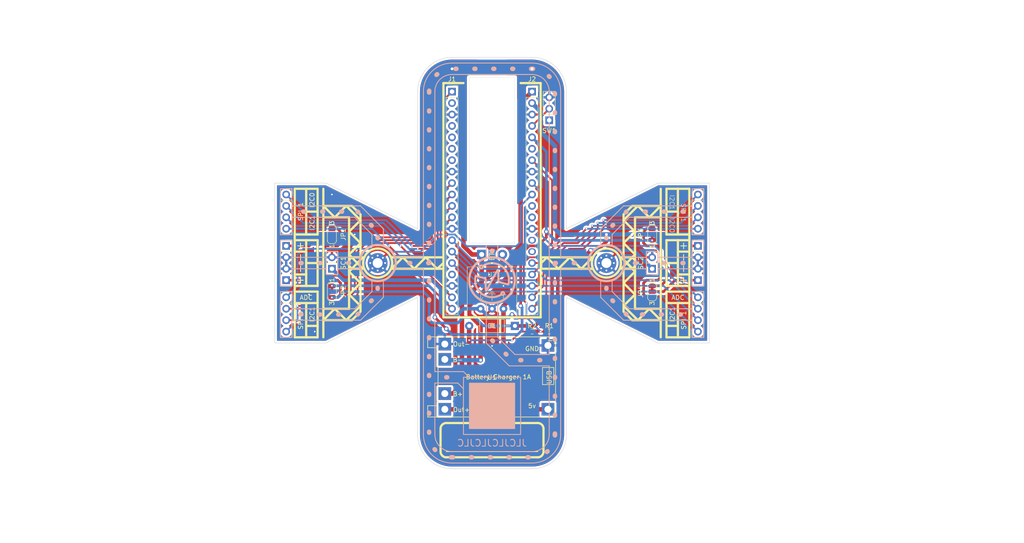
<source format=kicad_pcb>
(kicad_pcb (version 20240108) (generator "pcbnew") (generator_version "8.0")
  (layers (0 "F.Cu" signal) (31 "B.Cu" signal) (34 "B.Paste" user) (35 "F.Paste" user) (36 "B.SilkS" user "B.Silkscreen") (37 "F.SilkS" user "F.Silkscreen") (38 "B.Mask" user) (39 "F.Mask" user) (44 "Edge.Cuts" user))
  (net 0 "")
  (net 1 "Net-(D1-A)")
  (net 2 "/PB7")
  (net 3 "/PB5")
  (net 4 "/PA1")
  (net 5 "GND")
  (net 6 "VSYS")
  (net 7 "/PA6")
  (net 9 "/PA0")
  (net 10 "/PA3")
  (net 11 "/3V3_EN")
  (net 13 "/PA2")
  (net 14 "+3V3")
  (net 19 "/PA7")
  (net 20 "/PB6")
  (net 21 "VBUS")
  (net 23 "/PA5")
  (net 24 "/PB4")
  (net 25 "/PB2")
  (net 27 "/PB3")
  (net 29 "/PB1")
  (net 31 "VBAT")
  (net 32 "/PA4")
  (net 34 "Net-(BT1-+)")
  (net 35 "Net-(BT1--)")
  (net 36 "/PB0")
  (net 37 "/PWRA1")
  (net 38 "/PWRA0")
  (net 39 "/PWRB0")
  (net 40 "/PWRB1")
  (net 41 "Net-(SC1-+)")
  (footprint "Diode_THT:D_A-405_P10.16mm_Horizontal" (layer "F.Cu") (at 132.08 140.97 180)
    (property "Reference" "D1")
    (property "Value" "SYSD")
  )
  (footprint "Connector_PinSocket_2.54mm:PinSocket_1x20_P2.54mm_Vertical" (layer "F.Cu") (at 118.11 88.9)
    (property "Reference" "J1")
    (property "Value" "Conn_01x20")
  )
  (footprint "Connector_PinSocket_2.54mm:PinSocket_1x04_P2.54mm_Vertical" (layer "F.Cu") (at 172.72 111.76)
    (property "Reference" "J6" (hide yes))
    (property "Value" "Conn_01x06")
  )
  (footprint "Connector_PinSocket_2.54mm:PinSocket_1x04_P2.54mm_Vertical" (layer "F.Cu") (at 81.28 134.62)
    (property "Reference" "J5" (hide yes))
    (property "Value" "Conn_01x06")
  )
  (footprint "custom_footprints:TP4056-18650" (layer "F.Cu") (at 141.1125 161.2125 180)
    (property "Reference" "U1")
    (property "Value" "~")
  )
  (footprint "MountingHole:MountingHole_2.2mm_M2_Pad_Via" (layer "F.Cu") (at 152.4 127)
    (property "Reference" "H2" (hide yes))
    (property "Value" "MountingHole_Pad")
  )
  (footprint "Connector_PinSocket_2.54mm:PinSocket_1x04_P2.54mm_Vertical" (layer "F.Cu") (at 81.28 123.19)
    (property "Reference" "J4" (hide yes))
    (property "Value" "Conn_01x06")
  )
  (footprint "Jumper:SolderJumper-3_P1.3mm_Bridged12_RoundedPad1.0x1.5mm_NumberLabels" (layer "F.Cu") (at 91.44 120.65 90)
    (property "Reference" "JP1")
    (property "Value" "PWR switch")
  )
  (footprint "Jumper:SolderJumper-3_P1.3mm_Bridged12_RoundedPad1.0x1.5mm_NumberLabels" (layer "F.Cu") (at 162.56 120.65 90)
    (property "Reference" "JP3")
    (property "Value" "PWR switch")
  )
  (footprint "Connector_PinHeader_2.54mm:PinHeader_1x03_P2.54mm_Vertical" (layer "F.Cu") (at 139.7 95.25 180)
    (property "Reference" "SW1")
    (property "Value" "SW_SPDT")
  )
  (footprint "Connector_PinSocket_2.54mm:PinSocket_1x04_P2.54mm_Vertical" (layer "F.Cu") (at 172.72 123.19)
    (property "Reference" "J7" (hide yes))
    (property "Value" "Conn_01x06")
  )
  (footprint "Connector_PinHeader_2.54mm:PinHeader_1x02_P2.54mm_Vertical" (layer "F.Cu") (at 162.56 128.275 180)
    (property "Reference" "SC2")
    (property "Value" "Solar_Cell")
  )
  (footprint "Resistor_SMD:R_0603_1608Metric_Pad0.98x0.95mm_HandSolder" (layer "F.Cu") (at 135.89 142.24)
    (property "Reference" "R2")
    (property "Value" "12k")
  )
  (footprint "Custom:DC-DC BOOST Convertor module" (layer "F.Cu") (at 127 133.35)
    (property "Reference" "U2")
    (property "Value" "DC/DC 5V out")
  )
  (footprint "Resistor_SMD:R_0603_1608Metric_Pad0.98x0.95mm_HandSolder" (layer "F.Cu") (at 139.7 142.24)
    (property "Reference" "R1")
    (property "Value" "22k")
  )
  (footprint "Jumper:SolderJumper-3_P1.3mm_Bridged12_RoundedPad1.0x1.5mm_NumberLabels" (layer "F.Cu") (at 91.44 133.35 -90)
    (property "Reference" "JP2")
    (property "Value" "PWR switch")
  )
  (footprint "Connector_PinSocket_2.54mm:PinSocket_1x04_P2.54mm_Vertical" (layer "F.Cu") (at 81.28 111.76)
    (property "Reference" "J3" (hide yes))
    (property "Value" "Conn_01x06")
  )
  (footprint "Connector_PinSocket_2.54mm:PinSocket_1x20_P2.54mm_Vertical" (layer "F.Cu") (at 135.89 88.9)
    (property "Reference" "J2")
    (property "Value" "Conn_01x20")
  )
  (footprint "Connector_PinHeader_2.54mm:PinHeader_1x02_P2.54mm_Vertical" (layer "F.Cu") (at 91.44 128.27 180)
    (property "Reference" "SC1")
    (property "Value" "Solar_Cell")
  )
  (footprint "Connector_PinSocket_2.54mm:PinSocket_1x04_P2.54mm_Vertical" (layer "F.Cu") (at 172.72 134.62)
    (property "Reference" "J8" (hide yes))
    (property "Value" "Conn_01x06")
  )
  (footprint "MountingHole:MountingHole_2.2mm_M2_Pad_Via" (layer "F.Cu") (at 101.6 127)
    (property "Reference" "H1" (hide yes))
    (property "Value" "MountingHole_Pad")
  )
  (footprint "Jumper:SolderJumper-3_P1.3mm_Bridged12_RoundedPad1.0x1.5mm_NumberLabels" (layer "F.Cu") (at 162.56 133.35 -90)
    (property "Reference" "JP4")
    (property "Value" "PWR switch")
  )
  (footprint "Connector_Wire:SolderWire-0.5sqmm_1x02_P4.6mm_D0.9mm_OD2.1mm" (layer "F.Cu") (at 124.7 125.095)
    (property "Reference" "BT1")
    (property "Value" "Battery_Cell")
  )
  (gr_line (start 120.65 151.13) (end 114.3 151.13) (stroke (width 0.2)) (layer "B.SilkS"))
  (gr_line (start 85.09 115.569999) (end 96.52 115.569999) (stroke (width 1) (type dot)) (layer "B.SilkS"))
  (gr_line (start 142.24 125.73) (end 142.24 88.9) (stroke (width 0.2)) (layer "B.SilkS"))
  (gr_line (start 90.17 125.73) (end 82.55 125.73) (stroke (width 0.2)) (layer "B.SilkS"))
  (gr_poly (pts (xy 126.80432 126.813668) (xy 126.716769 126.817156) (xy 126.631681 126.822403) (xy 126.548546 126.829484) (xy 126.466857 126.838474) (xy 126.386105 126.84945) (xy 126.305782 126.862487) (xy 126.225379 126.877661) (xy 126.144389 126.895048) (xy 126.062302 126.914724) (xy 125.97861 126.936764) (xy 125.892805 126.961244) (xy 125.712823 127.017828) (xy 125.619917 127.049876) (xy 125.529789 127.083627) (xy 125.441338 127.119585) (xy 125.35346 127.158254) (xy 125.265053 127.200138) (xy 125.175014 127.24574) (xy 125.082241 127.295565) (xy 124.985632 127.350116) (xy 124.898755 127.400262) (xy 124.824249 127.369368) (xy 124.812242 127.364471) (xy 124.801055 127.360114) (xy 124.790473 127.356265) (xy 124.780286 127.352895) (xy 124.770279 127.349973) (xy 124.760242 127.347468) (xy 124.749961 127.345348) (xy 124.739225 127.343585) (xy 124.727819 127.342146) (xy 124.715533 127.341001) (xy 124.702153 127.340119) (xy 124.687467 127.33947) (xy 124.671263 127.339023) (xy 124.653328 127.338746) (xy 124.611415 127.338584) (xy 124.583479 127.338763) (xy 124.558017 127.339315) (xy 124.534749 127.340328) (xy 124.513395 127.34189) (xy 124.493674 127.34409) (xy 124.475307 127.347018) (xy 124.458013 127.350762) (xy 124.441512 127.35541) (xy 124.425524 127.361052) (xy 124.409769 127.367776) (xy 124.393966 127.37567) (xy 124.377835 127.384825) (xy 124.361096 127.395327) (xy 124.343469 127.407267) (xy 124.324674 127.420733) (xy 124.30443 127.435813) (xy 124.275579 127.459138) (xy 124.248865 127.483819) (xy 124.224277 127.509751) (xy 124.201804 127.536831) (xy 124.181438 127.564955) (xy 124.163168 127.594019) (xy 124.146984 127.623919) (xy 124.132876 127.654551) (xy 124.120834 127.685812) (xy 124.110848 127.717598) (xy 124.102909 127.749805) (xy 124.097006 127.782329) (xy 124.093129 127.815066) (xy 124.091269 127.847913) (xy 124.091415 127.880766) (xy 124.093557 127.91352) (xy 124.097686 127.946072) (xy 124.103792 127.978319) (xy 124.111863 128.010156) (xy 124.121892 128.041479) (xy 124.133866 128.072185) (xy 124.147778 128.10217) (xy 124.163616 128.13133) (xy 124.18137 128.159562) (xy 124.201032 128.186761) (xy 124.22259 128.212824) (xy 124.246034 128.237646) (xy 124.271356 128.261124) (xy 124.298544 128.283155) (xy 124.327589 128.303634) (xy 124.358481 128.322457) (xy 124.39121 128.339522) (xy 124.424663 128.354537) (xy 124.457791 128.367302) (xy 124.490622 128.377815) (xy 124.523186 128.386073) (xy 124.555509 128.392076) (xy 124.587619 128.395822) (xy 124.619546 128.397308) (xy 124.651317 128.396534) (xy 124.68296 128.393497) (xy 124.714504 128.388196) (xy 124.745976 128.38063) (xy 124.777405 128.370796) (xy 124.808818 128.358692) (xy 124.840245 128.344318) (xy 124.871713 128.327671) (xy 124.90325 128.30875) (xy 124.933212 128.288527) (xy 124.947439 128.277998) (xy 124.961166 128.267188) (xy 124.974392 128.256094) (xy 124.987121 128.244714) (xy 124.999352 128.233044) (xy 125.011088 128.221083) (xy 125.022329 128.208827) (xy 125.033077 128.196275) (xy 125.043334 128.183424) (xy 125.0531 128.170271) (xy 125.062376 128.156814) (xy 125.071165 128.143051) (xy 125.079468 128.128978) (xy 125.087285 128.114593) (xy 125.094618 128.099895) (xy 125.101469 128.084879) (xy 125.107838 128.069545) (xy 125.113727 128.053888) (xy 125.119138 128.037908) (xy 125.124071 128.0216) (xy 125.128528 128.004963) (xy 125.132511 127.987995) (xy 125.13602 127.970692) (xy 125.139057 127.953052) (xy 125.14372 127.916752) (xy 125.14651 127.879074) (xy 125.147116 127.853517) (xy 124.794957 127.853517) (xy 124.794769 127.860978) (xy 124.794193 127.868521) (xy 124.793228 127.876148) (xy 124.791876 127.883858) (xy 124.790136 127.89165) (xy 124.788007 127.899523) (xy 124.785489 127.907478) (xy 124.782583 127.915513) (xy 124.779288 127.923629) (xy 124.775605 127.931825) (xy 124.771532 127.9401) (xy 124.764641 127.95268) (xy 124.761038 127.958644) (xy 124.757331 127.96439) (xy 124.753519 127.969918) (xy 124.749605 127.975228) (xy 124.745587 127.980319) (xy 124.741467 127.985191) (xy 124.737246 127.989844) (xy 124.732924 127.994277) (xy 124.728501 127.99849) (xy 124.723978 128.002482) (xy 124.719356 128.006253) (xy 124.714636 128.009804) (xy 124.709817 128.013132) (xy 124.7049 128.016239) (xy 124.699887 128.019124) (xy 124.694777 128.021786) (xy 124.689572 128.024226) (xy 124.684271 128.026442) (xy 124.678875 128.028434) (xy 124.673385 128.030203) (xy 124.667802 128.031747) (xy 124.662126 128.033066) (xy 124.656357 128.034161) (xy 124.650496 128.03503) (xy 124.644545 128.035674) (xy 124.638502 128.036092) (xy 124.63237 128.036283) (xy 124.626147 128.036247) (xy 124.619836 128.035985) (xy 124.613437 128.035495) (xy 124.607615 128.034846) (xy 124.60165 128.033985) (xy 124.595585 128.032927) (xy 124.589465 128.031685) (xy 124.583333 128.030273) (xy 124.577234 128.028707) (xy 124.571212 128.027) (xy 124.565309 128.025167) (xy 124.559571 128.023221) (xy 124.554042 128.021178) (xy 124.548764 128.01905) (xy 124.543783 128.016854) (xy 124.539141 128.014602) (xy 124.534884 128.012309) (xy 124.531054 128.00999) (xy 124.527697 128.007658) (xy 124.527694 128.007658) (xy 124.520789 128.002245) (xy 124.514196 127.996615) (xy 124.507916 127.990777) (xy 124.501952 127.984742) (xy 124.496307 127.978519) (xy 124.490982 127.972116) (xy 124.48598 127.965544) (xy 124.481303 127.958811) (xy 124.476953 127.951927) (xy 124.472933 127.944902) (xy 124.469244 127.937745) (xy 124.465889 127.930464) (xy 124.46287 127.92307) (xy 124.460189 127.915572) (xy 124.457849 127.907979) (xy 124.455852 127.900301) (xy 124.4542 127.892546) (xy 124.452894 127.884725) (xy 124.451938 127.876847) (xy 124.451334 127.868921) (xy 124.451083 127.860956) (xy 124.451189 127.852961) (xy 124.451653 127.844947) (xy 124.452477 127.836923) (xy 124.453664 127.828897) (xy 124.455216 127.820879) (xy 124.457135 127.812879) (xy 124.459423 127.804906) (xy 124.462083 127.79697) (xy 124.465117 127.789079) (xy 124.468527 127.781243) (xy 124.472315 127.773471) (xy 124.476434 127.766046) (xy 124.480985 127.758934) (xy 124.485944 127.75214) (xy 124.49129 127.745669) (xy 124.497001 127.739527) (xy 124.503055 127.733718) (xy 124.509431 127.728249) (xy 124.516107 127.723124) (xy 124.52306 127.718348) (xy 124.53027 127.713926) (xy 124.537713 127.709865) (xy 124.545369 127.706169) (xy 124.553216 127.702842) (xy 124.561232 127.699891) (xy 124.569394 127.697321) (xy 124.577682 127.695137) (xy 124.586073 127.693343) (xy 124.594546 127.691946) (xy 124.603079 127.69095) (xy 124.611649 127.690361) (xy 124.620235 127.690184) (xy 124.628816 127.690423) (xy 124.63737 127.691085) (xy 124.645874 127.692175) (xy 124.654307 127.693696) (xy 124.662646 127.695656) (xy 124.670872 127.698059) (xy 124.67896 127.70091) (xy 124.686891 127.704214) (xy 124.694641 127.707978) (xy 124.702189 127.712204) (xy 124.709513 127.7169) (xy 124.717443 127.722507) (xy 124.724988 127.728207) (xy 124.732147 127.733998) (xy 124.738921 127.739882) (xy 124.745309 127.745857) (xy 124.751311 127.751922) (xy 124.756927 127.758078) (xy 124.762157 127.764325) (xy 124.767001 127.77066) (xy 124.771458 127.777085) (xy 124.775529 127.783599) (xy 124.779214 127.790201) (xy 124.782511 127.79689) (xy 124.785422 127.803667) (xy 124.787946 127.810531) (xy 124.790083 127.817482) (xy 124.791832 127.824519) (xy 124.793195 127.831641) (xy 124.79417 127.838848) (xy 124.794757 127.846141) (xy 124.794957 127.853517) (xy 125.147116 127.853517) (xy 125.147437 127.839999) (xy 125.147625 127.81922) (xy 125.147923 127.810487) (xy 125.148415 127.802712) (xy 125.149143 127.795789) (xy 125.150149 127.789608) (xy 125.151476 127.784061) (xy 125.153167 127.77904) (xy 125.155264 127.774437) (xy 125.15781 127.770144) (xy 125.160848 127.766051) (xy 125.16442 127.762051) (xy 125.168568 127.758035) (xy 125.173336 127.753896) (xy 125.178767 127.749524) (xy 125.184901 127.744812) (xy 125.19539 127.737463) (xy 125.209245 127.728695) (xy 125.245995 127.707433) (xy 125.293036 127.682092) (xy 125.348251 127.653737) (xy 125.409524 127.623434) (xy 125.47474 127.592249) (xy 125.541781 127.561246) (xy 125.608532 127.531492) (xy 125.670246 127.505954) (xy 125.744271 127.477494) (xy 125.824891 127.448063) (xy 125.906393 127.41961) (xy 125.983063 127.394085) (xy 126.049186 127.373439) (xy 126.099048 127.359621) (xy 126.116095 127.355882) (xy 126.126934 127.354582) (xy 126.129598 127.354496) (xy 126.132512 127.354243) (xy 126.135647 127.353833) (xy 126.138974 127.353274) (xy 126.142463 127.352573) (xy 126.146087 127.35174) (xy 126.149816 127.350784) (xy 126.153621 127.349712) (xy 126.157474 127.348533) (xy 126.161345 127.347256) (xy 126.165205 127.345889) (xy 126.169026 127.344441) (xy 126.172779 127.34292) (xy 126.176434 127.341334) (xy 126.179963 127.339693) (xy 126.183337 127.338004) (xy 126.187627 127.336154) (xy 126.193842 127.33404) (xy 126.211572 127.329115) (xy 126.235572 127.323426) (xy 126.264887 127.317168) (xy 126.298561 127.310536) (xy 126.335641 127.303726) (xy 126.37517 127.296933) (xy 126.416194 127.290353) (xy 126.522687 127.276432) (xy 126.641047 127.265414) (xy 126.767234 127.257402) (xy 126.897206 127.252499) (xy 127.026922 127.250807) (xy 127.152342 127.252429) (xy 127.269424 127.257468) (xy 127.374127 127.266025) (xy 127.451515 127.275062) (xy 127.527751 127.285574) (xy 127.602935 127.297589) (xy 127.677169 127.311139) (xy 127.750553 127.326252) (xy 127.82319 127.342959) (xy 127.895181 127.361288) (xy 127.966626 127.381269) (xy 128.037627 127.402933) (xy 128.108286 127.426308) (xy 128.178704 127.451424) (xy 128.248982 127.478311) (xy 128.319222 127.506999) (xy 128.389524 127.537517) (xy 128.459991 127.569894) (xy 128.530723 127.604161) (xy 128.715072 127.701893) (xy 128.891476 127.807905) (xy 129.059799 127.922025) (xy 129.219905 128.044078) (xy 129.371659 128.173891) (xy 129.514926 128.31129) (xy 129.64957 128.456103) (xy 129.775455 128.608154) (xy 129.892446 128.767271) (xy 130.000407 128.93328) (xy 130.099204 129.106007) (xy 130.1887 129.285279) (xy 130.26876 129.470922) (xy 130.339248 129.662762) (xy 130.400029 129.860627) (xy 130.450968 130.064342) (xy 130.472359 130.163286) (xy 130.48915 130.249263) (xy 130.50189 130.327827) (xy 130.506912 130.366064) (xy 130.511128 130.404532) (xy 130.514605 130.443923) (xy 130.517412 130.484933) (xy 130.521291 130.574584) (xy 130.523315 130.679041) (xy 130.524032 130.803857) (xy 130.523891 130.918382) (xy 130.522787 131.012947) (xy 130.520378 131.091909) (xy 130.51632 131.159623) (xy 130.510272 131.220447) (xy 130.501891 131.278738) (xy 130.490833 131.338851) (xy 130.476758 131.405143) (xy 130.459129 131.48469) (xy 130.411353 131.47715) (xy 130.121028 131.405043) (xy 129.558404 131.257333) (xy 129.001612 131.10786) (xy 128.728781 131.030462) (xy 128.717786 131.025415) (xy 128.707334 131.020172) (xy 128.697428 131.014735) (xy 128.688072 131.009109) (xy 128.679271 131.003296) (xy 128.671029 130.997302) (xy 128.663349 130.99113) (xy 128.656235 130.984782) (xy 128.649692 130.978264) (xy 128.643723 130.97158) (xy 128.638333 130.964731) (xy 128.633526 130.957724) (xy 128.629304 130.95056) (xy 128.625674 130.943245) (xy 128.622637 130.935781) (xy 128.620199 130.928174) (xy 128.618157 130.912714) (xy 128.616399 130.882567) (xy 128.613735 130.781412) (xy 128.611796 130.438041) (xy 128.614344 129.949238) (xy 128.621343 129.366176) (xy 128.625024 129.089991) (xy 128.625964 128.877824) (xy 128.623045 128.71983) (xy 128.61979 128.658071) (xy 128.615151 128.606163) (xy 128.608989 128.562877) (xy 128.601164 128.52698) (xy 128.591537 128.497243) (xy 128.579968 128.472434) (xy 128.566318 128.451324) (xy 128.550446 128.432682) (xy 128.511481 128.397877) (xy 128.49518 128.385352) (xy 128.478638 128.373917) (xy 128.46188 128.363566) (xy 128.444929 128.354296) (xy 128.427811 128.346099) (xy 128.410547 128.338972) (xy 128.393164 128.332908) (xy 128.375685 128.327903) (xy 128.358134 128.32395) (xy 128.340535 128.321046) (xy 128.322912 128.319185) (xy 128.30529 128.318361) (xy 128.287693 128.318569) (xy 128.270144 128.319804) (xy 128.252668 128.32206) (xy 128.235289 128.325333) (xy 128.218031 128.329618) (xy 128.200918 128.334908) (xy 128.183974 128.341198) (xy 128.167224 128.348484) (xy 128.150692 128.35676) (xy 128.1344 128.366021) (xy 128.118375 128.376261) (xy 128.10264 128.387476) (xy 128.087218 128.399659) (xy 128.072135 128.412807) (xy 128.057414 128.426913) (xy 128.043079 128.441972) (xy 128.029155 128.457979) (xy 128.015665 128.474929) (xy 128.002634 128.492816) (xy 127.990085 128.511636) (xy 127.972123 128.542158) (xy 127.939893 128.599452) (xy 127.83988 128.781097) (xy 127.704539 129.030052) (xy 127.548365 129.319799) (xy 126.733008 130.838639) (xy 126.202653 131.824147) (xy 126.100762 132.012734) (xy 126.006245 132.189364) (xy 125.93055 132.330123) (xy 125.89982 132.385732) (xy 125.873747 132.431645) (xy 125.852267 132.467976) (xy 125.835312 132.494839) (xy 125.822818 132.512346) (xy 125.818224 132.517626) (xy 125.814719 132.520611) (xy 125.813905 132.520835) (xy 125.813136 132.520462) (xy 125.812411 132.519482) (xy 125.811729 132.517886) (xy 125.811092 132.515667) (xy 125.810499 132.512815) (xy 125.809445 132.505177) (xy 125.808564 132.494902) (xy 125.807857 132.481922) (xy 125.807322 132.466164) (xy 125.806959 132.447561) (xy 125.806743 132.401534) (xy 125.807201 132.343281) (xy 125.808326 132.272241) (xy 125.810109 132.187854) (xy 125.816229 131.773667) (xy 125.819889 131.256031) (xy 125.819857 130.87778) (xy 125.817491 130.755813) (xy 125.812529 130.666673) (xy 125.808834 130.631615) (xy 125.804202 130.601404) (xy 125.798535 130.574921) (xy 125.791738 130.551046) (xy 125.783714 130.528659) (xy 125.774367 130.506642) (xy 125.751317 130.459234) (xy 125.739969 130.43868) (xy 125.726566 130.417878) (xy 125.711254 130.39695) (xy 125.694177 130.376017) (xy 125.675482 130.355201) (xy 125.655314 130.334625) (xy 125.633818 130.314409) (xy 125.611139 130.294675) (xy 125.587424 130.275546) (xy 125.562816 130.257143) (xy 125.537462 130.239587) (xy 125.511508 130.223002) (xy 125.485097 130.207508) (xy 125.458377 130.193227) (xy 125.431492 130.180281) (xy 125.404587 130.168791) (xy 125.224397 130.117856) (xy 124.801612 130.004275) (xy 123.579714 129.682781) (xy 123.507513 129.664788) (xy 123.476033 129.657673) (xy 123.447341 129.651809) (xy 123.421215 129.647193) (xy 123.397438 129.64382) (xy 123.375789 129.641688) (xy 123.356048 129.640793) (xy 123.337997 129.641133) (xy 123.321414 129.642704) (xy 123.306082 129.645503) (xy 123.291779 129.649526) (xy 123.278287 129.654771) (xy 123.265385 129.661234) (xy 123.252855 129.668911) (xy 123.240475 129.677801) (xy 123.236191 129.681194) (xy 123.231851 129.684832) (xy 123.227486 129.688683) (xy 123.223125 129.692713) (xy 123.218799 129.696889) (xy 123.214538 129.701178) (xy 123.21037 129.705545) (xy 123.206328 129.709958) (xy 123.20244 129.714384) (xy 123.198736 129.718788) (xy 123.195247 129.723138) (xy 123.192002 129.727399) (xy 123.189031 129.73154) (xy 123.186365 129.735526) (xy 123.184033 129.739324) (xy 123.182065 129.742901) (xy 123.177559 129.752733) (xy 123.1726 129.765527) (xy 123.167224 129.781132) (xy 123.16147 129.799401) (xy 123.14897 129.843328) (xy 123.135395 129.896116) (xy 123.12104 129.956568) (xy 123.1062 130.02349) (xy 123.091169 130.095689) (xy 123.076242 130.171969) (xy 123.065797 130.228162) (xy 123.061562 130.252906) (xy 123.057924 130.276652) (xy 123.054839 130.300327) (xy 123.05226 130.324857) (xy 123.050142 130.351171) (xy 123.048438 130.380196) (xy 123.047105 130.412858) (xy 123.046095 130.450086) (xy 123.044865 130.541945) (xy 123.044382 130.663192) (xy 123.044282 130.821245) (xy 123.044441 130.997795) (xy 123.045755 131.135491) (xy 123.049386 131.245512) (xy 123.052432 131.293638) (xy 123.056491 131.339037) (xy 123.061709 131.383107) (xy 123.06823 131.427245) (xy 123.085762 131.521315) (xy 123.110247 131.632424) (xy 123.142842 131.771753) (xy 123.166151 131.864951) (xy 123.192124 131.958089) (xy 123.220715 132.051066) (xy 123.251875 132.143777) (xy 123.285555 132.236119) (xy 123.321708 132.32799) (xy 123.360285 132.419286) (xy 123.401239 132.509904) (xy 123.44452 132.599741) (xy 123.490081 132.688693) (xy 123.537874 132.776658) (xy 123.58785 132.863533) (xy 123.639962 132.949213) (xy 123.694161 133.033597) (xy 123.750398 133.11658) (xy 123.808627 133.19806) (xy 123.842151 133.242759) (xy 123.87796 133.288641) (xy 123.955429 133.382894) (xy 124.03903 133.478699) (xy 124.126758 133.573937) (xy 124.216608 133.666486) (xy 124.306576 133.754229) (xy 124.394658 133.835045) (xy 124.437365 133.872193) (xy 124.478849 133.906814) (xy 124.594859 133.998128) (xy 124.713328 134.084852) (xy 124.834151 134.166944) (xy 124.957222 134.244357) (xy 125.082437 134.317048) (xy 125.209689 134.384972) (xy 125.338872 134.448084) (xy 125.469883 134.506339) (xy 125.602615 134.559693) (xy 125.736962 134.608102) (xy 125.872819 134.65152) (xy 126.010082 134.689903) (xy 126.148643 134.723207) (xy 126.288398 134.751386) (xy 126.429242 134.774396) (xy 126.571069 134.792193) (xy 126.640253 134.797555) (xy 126.733295 134.801931) (xy 126.842173 134.805221) (xy 126.958868 134.807323) (xy 127.075359 134.808139) (xy 127.183625 134.807567) (xy 127.275646 134.805507) (xy 127.343403 134.801858) (xy 127.4419 134.792218) (xy 127.540503 134.779957) (xy 127.639081 134.765115) (xy 127.737505 134.747729) (xy 127.835644 134.727838) (xy 127.93337 134.70548) (xy 128.030551 134.680693) (xy 128.127058 134.653517) (xy 128.222761 134.623989) (xy 128.31753 134.592147) (xy 128.411235 134.558031) (xy 128.503746 134.521677) (xy 128.594933 134.483125) (xy 128.684667 134.442413) (xy 128.772817 134.399579) (xy 128.859253 134.354662) (xy 128.971613 134.294684) (xy 129.055599 134.250475) (xy 129.119381 134.217495) (xy 129.198692 134.247521) (xy 129.236745 134.260537) (xy 129.274657 134.270743) (xy 129.312373 134.278149) (xy 129.349837 134.282768) (xy 129.386995 134.284612) (xy 129.423791 134.283693) (xy 129.460171 134.280023) (xy 129.496078 134.273614) (xy 129.531459 134.264477) (xy 129.566258 134.252626) (xy 129.60042 134.238072) (xy 129.63389 134.220826) (xy 129.666613 134.200902) (xy 129.698534 134.17831) (xy 129.729598 134.153064) (xy 129.759749 134.125175) (xy 129.781938 134.101923) (xy 129.802336 134.077668) (xy 129.820954 134.052489) (xy 129.837805 134.026465) (xy 129.8529 133.999677) (xy 129.866249 133.972206) (xy 129.877865 133.94413) (xy 129.887759 133.915529) (xy 129.895943 133.886485) (xy 129.902427 133.857076) (xy 129.907224 133.827383) (xy 129.910345 133.797485) (xy 129.911801 133.767462) (xy 129.911751 133.75973) (xy 129.56153 133.75973) (xy 129.561412 133.767845) (xy 129.560778 133.775795) (xy 129.559629 133.783613) (xy 129.557964 133.79133) (xy 129.555785 133.798978) (xy 129.553092 133.806589) (xy 129.549885 133.814194) (xy 129.546165 133.821825) (xy 129.542421 133.828464) (xy 129.537923 133.835471) (xy 129.532763 133.842756) (xy 129.527032 133.850226) (xy 129.520823 133.857789) (xy 129.514226 133.865354) (xy 129.507335 133.872829) (xy 129.500239 133.880123) (xy 129.493032 133.887142) (xy 129.485805 133.893796) (xy 129.478649 133.899993) (xy 129.471656 133.905641) (xy 129.464919 133.910648) (xy 129.458528 133.914922) (xy 129.452575 133.918372) (xy 129.447153 133.920907) (xy 129.441127 133.922678) (xy 129.433564 133.923875) (xy 129.424682 133.924529) (xy 129.414697 133.924672) (xy 129.403824 133.924333) (xy 129.392281 133.923546) (xy 129.380284 133.92234) (xy 129.368048 133.920747) (xy 129.355792 133.918799) (xy 129.34373 133.916527) (xy 129.332079 133.913962) (xy 129.321056 133.911135) (xy 129.310877 133.908077) (xy 129.301758 133.904821) (xy 129.293916 133.901396) (xy 129.287567 133.897835) (xy 129.287563 133.897834) (xy 129.28466 133.895703) (xy 129.281543 133.892984) (xy 129.278242 133.889719) (xy 129.274785 133.885948) (xy 129.2712 133.881715) (xy 129.267517 133.87706) (xy 129.263763 133.872025) (xy 129.259968 133.866652) (xy 129.256161 133.860982) (xy 129.25237 133.855058) (xy 129.248624 133.848922) (xy 129.244951 133.842614) (xy 129.241381 133.836176) (xy 129.237941 133.829651) (xy 129.234661 133.82308) (xy 129.23157 133.816504) (xy 129.22222 133.795707) (xy 129.218505 133.78703) (xy 129.215411 133.779289) (xy 129.212926 133.772327) (xy 129.211036 133.765985) (xy 129.209728 133.760106) (xy 129.209288 133.757289) (xy 129.208989 133.75453) (xy 129.208829 133.751806) (xy 129.208805 133.749099) (xy 129.208918 133.746389) (xy 129.209164 133.743656) (xy 129.210052 133.738042) (xy 129.211455 133.7321) (xy 129.213361 133.725669) (xy 129.215755 133.718594) (xy 129.22196 133.701874) (xy 129.227814 133.687987) (xy 129.23448 133.674935) (xy 129.241904 133.662719) (xy 129.250031 133.651342) (xy 129.258808 133.640808) (xy 129.26818 133.63112) (xy 129.278093 133.622279) (xy 129.288494 133.614289) (xy 129.299328 133.607153) (xy 129.310541 133.600873) (xy 129.32208 133.595453) (xy 129.333889 133.590894) (xy 129.345916 133.587201) (xy 129.358106 133.584375) (xy 129.370406 133.58242) (xy 129.38276 133.581338) (xy 129.395115 133.581132) (xy 129.407417 133.581805) (xy 129.419613 133.58336) (xy 129.431647 133.5858) (xy 129.443466 133.589127) (xy 129.455016 133.593345) (xy 129.466243 133.598455) (xy 129.477092 133.604462) (xy 129.487511 133.611367) (xy 129.497444 133.619173) (xy 129.506837 133.627884) (xy 129.515638 133.637502) (xy 129.523791 133.64803) (xy 129.531242 133.659471) (xy 129.537939 133.671827) (xy 129.543825 133.685102) (xy 129.547856 133.69567) (xy 129.551367 133.705821) (xy 129.554358 133.715586) (xy 129.556829 133.724997) (xy 129.558781 133.734085) (xy 129.560215 133.742882) (xy 129.561131 133.75142) (xy 129.56153 133.75973) (xy 129.911751 133.75973) (xy 129.911605 133.737396) (xy 129.909766 133.707364) (xy 129.906297 133.677448) (xy 129.90121 133.647728) (xy 129.894515 133.618282) (xy 129.886224 133.589192) (xy 129.876349 133.560538) (xy 129.864902 133.532398) (xy 129.851892 133.504853) (xy 129.837333 133.477984) (xy 129.821236 133.45187) (xy 129.803612 133.42659) (xy 129.784472 133.402226) (xy 129.763828 133.378856) (xy 129.741691 133.356562) (xy 129.718074 133.335422) (xy 129.692986 133.315517) (xy 129.666441 133.296926) (xy 129.638449 133.279731) (xy 129.623255 133.271589) (xy 129.607267 133.26414) (xy 129.590489 133.257384) (xy 129.572924 133.251321) (xy 129.554579 133.245953) (xy 129.535457 133.241279) (xy 129.515562 133.237301) (xy 129.4949 133.234019) (xy 129.473473 133.231434) (xy 129.451288 133.229547) (xy 129.428348 133.228357) (xy 129.404657 133.227866) (xy 129.380221 133.228074) (xy 129.355043 133.228981) (xy 129.329129 133.23059) (xy 129.302481 133.232899) (xy 129.272156 133.236893) (xy 129.242475 133.24282) (xy 129.213479 133.250653) (xy 129.185205 133.260362) (xy 129.157695 133.27192) (xy 129.130986 133.285298) (xy 129.105119 133.300467) (xy 129.080132 133.317398) (xy 129.056066 133.336063) (xy 129.03296 133.356434) (xy 129.010852 133.378482) (xy 128.989783 133.402177) (xy 128.969791 133.427493) (xy 128.950917 133.454399) (xy 128.933199 133.482868) (xy 128.916677 133.512871) (xy 128.901653 133.542464) (xy 128.895392 133.555423) (xy 128.88988 133.56747) (xy 128.885054 133.578839) (xy 128.880851 133.589764) (xy 128.877209 133.600478) (xy 128.874063 133.611217) (xy 128.871352 133.622214) (xy 128.869011 133.633704) (xy 128.866977 133.64592) (xy 128.865188 133.659097) (xy 128.863581 133.673469) (xy 128.862092 133.689271) (xy 128.859216 133.726097) (xy 128.857324 133.750221) (xy 128.855211 133.77329) (xy 128.85295 133.794759) (xy 128.850611 133.814084) (xy 128.848265 133.830718) (xy 128.845984 133.844117) (xy 128.843839 133.853736) (xy 128.842839 133.856957) (xy 128.8419 133.859028) (xy 128.834566 133.865248) (xy 128.818253 133.875461) (xy 128.762944 133.905803) (xy 128.684479 133.945933) (xy 128.591365 133.991735) (xy 128.492107 134.039087) (xy 128.395213 134.083872) (xy 128.309187 134.12197) (xy 128.242537 134.149262) (xy 128.166921 134.177029) (xy 128.091629 134.202868) (xy 128.01655 134.226801) (xy 127.941572 134.248847) (xy 127.866583 134.269027) (xy 127.791473 134.287361) (xy 127.716128 134.303869) (xy 127.640439 134.318572) (xy 127.564292 134.33149) (xy 127.487578 134.342643) (xy 127.410183 134.352052) (xy 127.331998 134.359736) (xy 127.252909 134.365717) (xy 127.172805 134.370014) (xy 127.091575 134.372648) (xy 127.009108 134.373639) (xy 126.901512 134.372595) (xy 126.796649 134.368953) (xy 126.694207 134.362639) (xy 126.593877 134.35358) (xy 126.495346 134.341702) (xy 126.398305 134.326933) (xy 126.302441 134.309198) (xy 126.207445 134.288425) (xy 126.113005 134.264541) (xy 126.01881 134.237472) (xy 125.92455 134.207145) (xy 125.829914 134.173486) (xy 125.73459 134.136422) (xy 125.638268 134.09588) (xy 125.540637 134.051787) (xy 125.441386 134.004069) (xy 125.303231 133.933415) (xy 125.23968 133.898938) (xy 125.179213 133.864592) (xy 125.121378 133.830049) (xy 125.065723 133.794984) (xy 125.011798 133.759069) (xy 124.959152 133.721978) (xy 124.907334 133.683383) (xy 124.855892 133.642958) (xy 124.804374 133.600376) (xy 124.752331 133.55531) (xy 124.699311 133.507433) (xy 124.644863 133.456418) (xy 124.529876 133.343668) (xy 124.445804 133.258326) (xy 124.373887 133.183192) (xy 124.311644 133.115301) (xy 124.256591 133.051685) (xy 124.230985 133.020554) (xy 124.206246 132.98938) (xy 124.158126 132.92542) (xy 124.10975 132.856838) (xy 124.058634 132.780669) (xy 123.990737 132.674511) (xy 123.929309 132.571648) (xy 123.900689 132.520758) (xy 123.87329 132.469861) (xy 123.846977 132.418679) (xy 123.82162 132.366935) (xy 123.797084 132.314353) (xy 123.773239 132.260654) (xy 123.727086 132.1488) (xy 123.682103 132.029158) (xy 123.637228 131.899509) (xy 123.614325 131.82802) (xy 123.593058 131.755751) (xy 123.57343 131.682726) (xy 123.555445 131.608972) (xy 123.539107 131.534514) (xy 123.524418 131.459377) (xy 123.511383 131.383588) (xy 123.500005 131.307172) (xy 123.490288 131.230153) (xy 123.482234 131.152559) (xy 123.475848 131.074413) (xy 123.471132 130.995743) (xy 123.468092 130.916573) (xy 123.466729 130.836929) (xy 123.467048 130.756837) (xy 123.469052 130.676321) (xy 123.473306 130.587552) (xy 123.479678 130.496971) (xy 123.487694 130.408426) (xy 123.496882 130.32577) (xy 123.506766 130.252853) (xy 123.516875 130.193525) (xy 123.526735 130.151638) (xy 123.531423 130.138437) (xy 123.535872 130.131041) (xy 123.538227 130.131101) (xy 123.544267 130.132147) (xy 123.566633 130.137004) (xy 123.601442 130.145232) (xy 123.647167 130.156452) (xy 123.765248 130.186346) (xy 123.908653 130.223648) (xy 124.882874 130.48137) (xy 125.126545 130.547359) (xy 125.236445 130.579066) (xy 125.250079 130.583872) (xy 125.263144 130.58913) (xy 125.275612 130.594819) (xy 125.287458 130.600916) (xy 125.298654 130.607397) (xy 125.309176 130.61424) (xy 125.318996 130.621421) (xy 125.328089 130.628919) (xy 125.336429 130.636708) (xy 125.343989 130.644768) (xy 125.350743 130.653074) (xy 125.356665 130.661605) (xy 125.361729 130.670336) (xy 125.365908 130.679245) (xy 125.369177 130.688309) (xy 125.371509 130.697505) (xy 125.374385 130.714241) (xy 125.376906 130.73454) (xy 125.379078 130.759258) (xy 125.380904 130.789253) (xy 125.382388 130.825382) (xy 125.383535 130.868503) (xy 125.384835 130.979147) (xy 125.384838 131.128041) (xy 125.383578 131.322045) (xy 125.377409 131.872807) (xy 125.371092 132.48905) (xy 125.37079 132.698799) (xy 125.372669 132.85508) (xy 125.376938 132.966981) (xy 125.383805 133.043588) (xy 125.393478 133.093987) (xy 125.406165 133.127264) (xy 125.416565 133.146116) (xy 125.427815 133.163922) (xy 125.439871 133.180677) (xy 125.452688 133.196376) (xy 125.466223 133.211014) (xy 125.480433 133.224586) (xy 125.495272 133.237088) (xy 125.510697 133.248514) (xy 125.526665 133.25886) (xy 125.543132 133.26812) (xy 125.560053 133.27629) (xy 125.577385 133.283365) (xy 125.595084 133.28934) (xy 125.613106 133.29421) (xy 125.631407 133.29797) (xy 125.649944 133.300615) (xy 125.668672 133.302141) (xy 125.687548 133.302541) (xy 125.706527 133.301813) (xy 125.725566 133.299949) (xy 125.744622 133.296947) (xy 125.763649 133.2928) (xy 125.782605 133.287504) (xy 125.801445 133.281054) (xy 125.820126 133.273444) (xy 125.838603 133.264671) (xy 125.856833 133.254729) (xy 125.874773 133.243614) (xy 125.892377 133.231319) (xy 125.909602 133.217842) (xy 125.926405 133.203175) (xy 125.942742 133.187315) (xy 125.954366 133.175417) (xy 125.96492 133.164265) (xy 125.970009 133.158595) (xy 125.975088 133.152662) (xy 125.980242 133.146316) (xy 125.985557 133.139409) (xy 125.991117 133.131789) (xy 125.99701 133.123308) (xy 126.00332 133.113814) (xy 126.010133 133.10316) (xy 126.017534 133.091194) (xy 126.02561 133.077767) (xy 126.034446 133.062729) (xy 126.044127 133.04593) (xy 126.066369 133.006452) (xy 126.09302 132.958132) (xy 126.124765 132.899774) (xy 126.16229 132.830178) (xy 126.257418 132.65248) (xy 126.383882 132.415451) (xy 126.517041 132.166792) (xy 126.611394 131.992263) (xy 126.835639 131.576786) (xy 127.371975 130.57777) (xy 127.677606 130.009654) (xy 127.957371 129.487915) (xy 128.057325 129.302022) (xy 128.095985 129.231441) (xy 128.119984 129.188854) (xy 128.127236 129.176298) (xy 128.134001 129.164147) (xy 128.140131 129.152698) (xy 128.145479 129.142249) (xy 128.149896 129.133096) (xy 128.153235 129.125537) (xy 128.155346 129.11987) (xy 128.155896 129.117838) (xy 128.156083 129.11639) (xy 128.156098 129.115822) (xy 128.156143 129.11526) (xy 128.156216 129.114707) (xy 128.156318 129.114162) (xy 128.156448 129.113627) (xy 128.156604 129.113102) (xy 128.156786 129.112588) (xy 128.156993 129.112085) (xy 128.157225 129.111594) (xy 128.15748 129.111116) (xy 128.157758 129.110652) (xy 128.158059 129.110202) (xy 128.158381 129.109767) (xy 128.158724 129.109348) (xy 128.159088 129.108946) (xy 128.15947 129.10856) (xy 128.159871 129.108193) (xy 128.16029 129.107844) (xy 128.160726 129.107514) (xy 128.161178 129.107205) (xy 128.161646 129.106916) (xy 128.162128 129.106648) (xy 128.162625 129.106403) (xy 128.163135 129.10618) (xy 128.163658 129.105981) (xy 128.164193 129.105806) (xy 128.164739 129.105656) (xy 128.165295 129.105532) (xy 128.165861 129.105434) (xy 128.166436 129.105363) (xy 128.167019 129.10532) (xy 128.16761 129.105306) (xy 128.168311 129.106226) (xy 128.16899 129.108985) (xy 128.170284 129.12) (xy 128.172613 129.163903) (xy 128.174593 129.236741) (xy 128.17622 129.338244) (xy 128.178403 129.626155) (xy 128.179137 130.025463) (xy 128.182252 130.713661) (xy 128.18588 130.917622) (xy 128.19065 131.008071) (xy 128.196694 131.035962) (xy 128.204489 131.063759) (xy 128.213964 131.091361) (xy 128.225047 131.118668) (xy 128.237669 131.145578) (xy 128.251756 131.171991) (xy 128.267239 131.197806) (xy 128.284047 131.222922) (xy 128.302107 131.247237) (xy 128.321349 131.270652) (xy 128.341701 131.293065) (xy 128.363093 131.314375) (xy 128.385453 131.334481) (xy 128.40871 131.353283) (xy 128.432793 131.370679) (xy 128.457631 131.386569) (xy 128.478179 131.398806) (xy 128.488195 131.40453) (xy 128.498539 131.410133) (xy 128.509586 131.415719) (xy 128.521711 131.421395) (xy 128.535289 131.427266) (xy 128.550696 131.43344) (xy 128.568305 131.440021) (xy 128.588492 131.447115) (xy 128.611632 131.454829) (xy 128.638101 131.463267) (xy 128.668273 131.472537) (xy 128.702523 131.482744) (xy 128.784758 131.506393) (xy 128.887806 131.535059) (xy 129.014668 131.569592) (xy 129.168344 131.610838) (xy 129.351833 131.659643) (xy 129.820255 131.783323) (xy 130.443936 131.947408) (xy 130.486317 131.957989) (xy 130.525409 131.966508) (xy 130.561394 131.972917) (xy 130.594452 131.977165) (xy 130.624766 131.979202) (xy 130.652516 131.978978) (xy 130.677886 131.976443) (xy 130.689734 131.974294) (xy 130.701055 131.971548) (xy 130.711871 131.968199) (xy 130.722205 131.964241) (xy 130.732081 131.959668) (xy 130.741519 131.954474) (xy 130.750544 131.948652) (xy 130.759178 131.942196) (xy 130.767443 131.935099) (xy 130.775362 131.927357) (xy 130.782959 131.918961) (xy 130.790255 131.909907) (xy 130.804037 131.889797) (xy 130.816889 131.866976) (xy 130.828994 131.841394) (xy 130.834947 131.825471) (xy 130.841724 131.803317) (xy 130.857204 131.743163) (xy 130.874331 131.666621) (xy 130.892002 131.579377) (xy 130.909116 131.487121) (xy 130.924569 131.395541) (xy 130.937261 131.310323) (xy 130.946087 131.237158) (xy 130.949079 131.200005) (xy 130.951525 131.154046) (xy 130.953418 131.099676) (xy 130.954751 131.037288) (xy 130.95552 130.967274) (xy 130.955717 130.890029) (xy 130.954371 130.715419) (xy 130.951859 130.566261) (xy 130.948089 130.443924) (xy 130.942048 130.340288) (xy 130.937858 130.292944) (xy 130.932719 130.24723) (xy 130.926504 130.20213) (xy 130.919087 130.156629) (xy 130.900136 130.060363) (xy 130.874853 129.95031) (xy 130.84222 129.81835) (xy 130.820108 129.733795) (xy 130.796759 129.651023) (xy 130.772104 129.569878) (xy 130.746072 129.490202) (xy 130.718596 129.411838) (xy 130.689606 129.33463) (xy 130.659032 129.25842) (xy 130.626805 129.183052) (xy 130.592856 129.108368) (xy 130.557117 129.034212) (xy 130.519517 128.960427) (xy 130.479988 128.886856) (xy 130.438459 128.813341) (xy 130.394863 128.739727) (xy 130.301191 128.591569) (xy 130.200066 128.445006) (xy 130.093198 128.303769) (xy 129.980773 128.167997) (xy 129.862978 128.037827) (xy 129.739999 127.913397) (xy 129.612023 127.794845) (xy 129.479236 127.682308) (xy 129.341825 127.575926) (xy 129.199976 127.475835) (xy 129.053876 127.382174) (xy 128.903712 127.29508) (xy 128.749669 127.214692) (xy 128.591934 127.141146) (xy 128.430695 127.074582) (xy 128.266136 127.015137) (xy 128.098446 126.962949) (xy 127.96302 126.925647) (xy 127.838335 126.894858) (xy 127.720302 126.869978) (xy 127.662503 126.859565) (xy 127.604834 126.850401) (xy 127.546783 126.842411) (xy 127.48784 126.83552) (xy 127.365234 126.824728) (xy 127.232926 126.817421) (xy 127.086828 126.812992) (xy 126.894841 126.811861)) (stroke (width -0.000001)) (fill solid) (layer "B.SilkS"))
  (gr_line (start 157.48 137.16) (end 153.67 133.35) (stroke (width 0.2)) (layer "B.SilkS"))
  (gr_rect (start 121.92 153.67) (end 132.08 163.83) (stroke (width 0.1)) (fill solid) (layer "B.SilkS"))
  (gr_line (start 96.52 116.84) (end 82.55 116.84) (stroke (width 0.2)) (layer "B.SilkS"))
  (gr_line (start 102.87 134.62) (end 97.79 139.7) (stroke (width 0.2)) (layer "B.SilkS"))
  (gr_arc (start 118.11 171.45) (mid 113.619872 169.590128) (end 111.76 165.1) (stroke (width 0.2)) (layer "B.SilkS"))
  (gr_line (start 139.7 147.32) (end 132.08 147.32) (stroke (width 0.2)) (layer "B.SilkS"))
  (gr_line (start 132.08 147.32) (end 128.27 143.51) (stroke (width 0.2)) (layer "B.SilkS"))
  (gr_line (start 97.79 139.7) (end 82.55 139.7) (stroke (width 0.2)) (layer "B.SilkS"))
  (gr_arc (start 118.11 170.18) (mid 114.517898 168.692102) (end 113.03 165.1) (stroke (width 1) (type dot)) (layer "B.SilkS"))
  (gr_line (start 96.52 137.16) (end 82.55 137.16) (stroke (width 0.2)) (layer "B.SilkS"))
  (gr_rect (start 120.65 152.4) (end 133.35 165.1) (stroke (width 0.2)) (fill none) (layer "B.SilkS"))
  (gr_line (start 95.25 127) (end 92.71 127) (stroke (width 1) (type dot)) (layer "B.SilkS"))
  (gr_line (start 135.89 82.55) (end 118.11 82.55) (stroke (width 0.2)) (layer "B.SilkS"))
  (gr_line (start 102.87 130.81) (end 102.87 134.62) (stroke (width 0.2)) (layer "B.SilkS"))
  (gr_line (start 140.97 165.100002) (end 140.969997 88.9) (stroke (width 1) (type dot)) (layer "B.SilkS"))
  (gr_arc (start 114.3 88.9) (mid 115.415923 86.205923) (end 118.11 85.09) (stroke (width 0.2)) (layer "B.SilkS"))
  (gr_rect (start 80.01 133.35) (end 82.55 143.51) (stroke (width 0.2)) (fill none) (layer "B.SilkS"))
  (gr_line (start 156.21 128.27) (end 161.29 128.27) (stroke (width 0.2)) (layer "B.SilkS"))
  (gr_rect (start 171.45 110.49) (end 173.99 120.65) (stroke (width 0.2)) (fill none) (layer "B.SilkS"))
  (gr_line (start 130.81 149.86) (end 125.73 144.78) (stroke (width 0.2)) (layer "B.SilkS"))
  (gr_line (start 165.1 127) (end 172.72 127) (stroke (width 1) (type dot)) (layer "B.SilkS"))
  (gr_circle (center 152.4 127) (end 148.59 128.27) (stroke (width 0.5)) (fill none) (layer "B.SilkS"))
  (gr_rect (start 90.17 124.46) (end 92.71 129.54) (stroke (width 0.2)) (fill none) (layer "B.SilkS"))
  (gr_line (start 151.13 123.19) (end 151.13 119.38) (stroke (width 0.2)) (layer "B.SilkS"))
  (gr_line (start 142.24 128.27) (end 148.59 128.27) (stroke (width 0.2)) (layer "B.SilkS"))
  (gr_line (start 139.7 149.86) (end 130.81 149.86) (stroke (width 0.2)) (layer "B.SilkS"))
  (gr_line (start 121.92 152.4) (end 120.65 151.13) (stroke (width 0.2)) (layer "B.SilkS"))
  (gr_arc (start 135.89 85.09) (mid 138.584077 86.205923) (end 139.7 88.9) (stroke (width 0.2)) (layer "B.SilkS"))
  (gr_line (start 97.79 114.3) (end 82.55 114.3) (stroke (width 0.2)) (layer "B.SilkS"))
  (gr_line (start 100.33 120.65) (end 100.33 123.19) (stroke (width 0.2)) (layer "B.SilkS"))
  (gr_line (start 113.03 88.9) (end 113.030003 165.100002) (stroke (width 1) (type dot)) (layer "B.SilkS"))
  (gr_line (start 116.84 152.4) (end 119.38 152.400001) (stroke (width 1) (type dot)) (layer "B.SilkS"))
  (gr_line (start 96.52 116.84) (end 100.33 120.65) (stroke (width 0.2)) (layer "B.SilkS"))
  (gr_arc (start 142.24 165.1) (mid 140.380128 169.590128) (end 135.89 171.45) (stroke (width 0.2)) (layer "B.SilkS"))
  (gr_line (start 97.79 128.27) (end 92.71 128.27) (stroke (width 0.2)) (layer "B.SilkS"))
  (gr_line (start 142.24 125.73) (end 148.59 125.73) (stroke (width 0.2)) (layer "B.SilkS"))
  (gr_arc (start 140.97 165.100002) (mid 139.482101 168.692103) (end 135.89 170.18) (stroke (width 1) (type dot)) (layer "B.SilkS"))
  (gr_arc (start 111.76 88.9) (mid 113.619872 84.409872) (end 118.11 82.55) (stroke (width 0.2)) (layer "B.SilkS"))
  (gr_line (start 100.33 133.35) (end 96.52 137.16) (stroke (width 0.2)) (layer "B.SilkS"))
  (gr_line (start 135.889999 83.82) (end 118.110001 83.82) (stroke (width 1) (type dot)) (layer "B.SilkS"))
  (gr_line (start 135.89 168.91) (end 118.11 168.91) (stroke (width 0.2)) (layer "B.SilkS"))
  (gr_line (start 156.21 114.3) (end 171.45 114.3) (stroke (width 0.2)) (layer "B.SilkS"))
  (gr_arc (start 135.89 83.82) (mid 139.482101 85.307898) (end 140.969997 88.9) (stroke (width 1) (type dot)) (layer "B.SilkS"))
  (gr_line (start 120.65 154.94) (end 119.38 153.67) (stroke (width 0.2)) (layer "B.SilkS"))
  (gr_line (start 151.13 134.62) (end 151.13 130.81) (stroke (width 0.2)) (layer "B.SilkS"))
  (gr_arc (start 113.03 88.9) (mid 114.517897 85.307896) (end 118.110002 83.82) (stroke (width 1) (type dot)) (layer "B.SilkS"))
  (gr_line (start 125.73 125.73) (end 125.73 123.19) (stroke (width 0.2)) (layer "B.SilkS"))
  (gr_arc (start 135.89 82.55) (mid 140.380128 84.409872) (end 142.24 88.9) (stroke (width 0.2)) (layer "B.SilkS"))
  (gr_line (start 90.17 128.27) (end 82.55 128.27) (stroke (width 0.2)) (layer "B.SilkS"))
  (gr_line (start 156.845 115.57) (end 152.4 120.015) (stroke (width 1) (type dot)) (layer "B.SilkS"))
  (gr_line (start 153.67 120.65) (end 157.48 116.84) (stroke (width 0.2)) (layer "B.SilkS"))
  (gr_line (start 151.13 119.38) (end 156.21 114.3) (stroke (width 0.2)) (layer "B.SilkS"))
  (gr_line (start 152.4 132.715) (end 152.4 131.016092) (stroke (width 1) (type dot)) (layer "B.SilkS"))
  (gr_line (start 152.4 121.285) (end 152.4 122.983908) (stroke (width 1) (type dot)) (layer "B.SilkS"))
  (gr_line (start 140.969999 127.000001) (end 148.383908 127) (stroke (width 1) (type dot)) (layer "B.SilkS"))
  (gr_line (start 125.73 144.78) (end 125.73 135.89) (stroke (width 0.2)) (layer "B.SilkS"))
  (gr_line (start 97.155 115.569999) (end 101.6 120.014999) (stroke (width 1) (type dot)) (layer "B.SilkS"))
  (gr_line (start 113.030002 127.000001) (end 105.616093 127) (stroke (width 1) (type dot)) (layer "B.SilkS"))
  (gr_line (start 163.83 125.73) (end 171.45 125.73) (stroke (width 0.2)) (layer "B.SilkS"))
  (gr_rect (start 161.29 124.46) (end 163.83 129.54) (stroke (width 0.2)) (fill none) (layer "B.SilkS"))
  (gr_line (start 168.91 138.43) (end 157.48 138.43) (stroke (width 1) (type dot)) (layer "B.SilkS"))
  (gr_rect (start 171.45 121.92) (end 173.99 132.08) (stroke (width 0.2)) (fill none) (layer "B.SilkS"))
  (gr_line (start 105.41 128.27) (end 111.76 128.27) (stroke (width 0.2)) (layer "B.SilkS"))
  (gr_circle (center 127 130.81) (end 132.08 130.81) (stroke (width 0.5)) (fill none) (layer "B.SilkS"))
  (gr_arc (start 139.7 165.1) (mid 138.584077 167.794077) (end 135.89 168.91) (stroke (width 0.2)) (layer "B.SilkS"))
  (gr_line (start 156.21 139.7) (end 171.45 139.7) (stroke (width 0.2)) (layer "B.SilkS"))
  (gr_rect (start 171.45 133.35) (end 173.99 143.51) (stroke (width 0.2)) (fill none) (layer "B.SilkS"))
  (gr_line (start 119.38 153.67) (end 114.3 153.67) (stroke (width 0.2)) (layer "B.SilkS"))
  (gr_line (start 118.11 170.18) (end 135.89 170.18) (stroke (width 1) (type dot)) (layer "B.SilkS"))
  (gr_line (start 137.691954 148.59) (end 130.278045 148.589999) (stroke (width 1) (type dot)) (layer "B.SilkS"))
  (gr_line (start 111.76 165.1) (end 111.76 128.27) (stroke (width 0.2)) (layer "B.SilkS"))
  (gr_line (start 97.155 138.429999) (end 101.6 133.984999) (stroke (width 1) (type dot)) (layer "B.SilkS"))
  (gr_line (start 139.7 165.1) (end 139.7 149.86) (stroke (width 0.2)) (layer "B.SilkS"))
  (gr_line (start 111.76 125.73) (end 111.76 88.9) (stroke (width 0.2)) (layer "B.SilkS"))
  (gr_line (start 105.41 125.73) (end 111.76 125.73) (stroke (width 0.2)) (layer "B.SilkS"))
  (gr_line (start 158.75 127) (end 161.29 127) (stroke (width 1) (type dot)) (layer "B.SilkS"))
  (gr_line (start 118.11 85.09) (end 135.89 85.09) (stroke (width 0.2)) (layer "B.SilkS"))
  (gr_line (start 97.79 125.73) (end 92.71 125.73) (stroke (width 0.2)) (layer "B.SilkS"))
  (gr_circle (center 101.6 127) (end 105.616093 127) (stroke (width 0.5)) (fill none) (layer "B.SilkS"))
  (gr_line (start 118.11 171.45) (end 135.89 171.45) (stroke (width 0.2)) (layer "B.SilkS"))
  (gr_line (start 156.21 125.73) (end 161.29 125.73) (stroke (width 0.2)) (layer "B.SilkS"))
  (gr_line (start 142.24 165.1) (end 142.24 128.27) (stroke (width 0.2)) (layer "B.SilkS"))
  (gr_arc (start 118.11 168.91) (mid 115.415923 167.794077) (end 114.3 165.1) (stroke (width 0.2)) (layer "B.SilkS"))
  (gr_line (start 97.79 114.3) (end 102.87 119.38) (stroke (width 0.2)) (layer "B.SilkS"))
  (gr_line (start 101.6 121.284999) (end 101.6 122.983907) (stroke (width 1) (type dot)) (layer "B.SilkS"))
  (gr_rect (start 80.01 121.92) (end 82.55 132.08) (stroke (width 0.2)) (fill none) (layer "B.SilkS"))
  (gr_line (start 101.6 132.714999) (end 101.6 131.016091) (stroke (width 1) (type dot)) (layer "B.SilkS"))
  (gr_line (start 88.9 127) (end 81.28 127) (stroke (width 1) (type dot)) (layer "B.SilkS"))
  (gr_line (start 127 124.46) (end 127 122.761092) (stroke (width 1) (type dot)) (layer "B.SilkS"))
  (gr_line (start 130.175 147.32) (end 125.73 142.875) (stroke (width 1) (type dot)) (layer "B.SilkS"))
  (gr_line (start 128.27 125.73) (end 128.27 123.19) (stroke (width 0.2)) (layer "B.SilkS"))
  (gr_line (start 156.845 138.43) (end 152.4 133.985) (stroke (width 1) (type dot)) (layer "B.SilkS"))
  (gr_line (start 139.7 88.9) (end 139.7 147.32) (stroke (width 0.2)) (layer "B.SilkS"))
  (gr_line (start 157.48 137.16) (end 171.45 137.16) (stroke (width 0.2)) (layer "B.SilkS"))
  (gr_rect (start 80.01 110.49) (end 82.55 120.65) (stroke (width 0.2)) (fill none) (layer "B.SilkS"))
  (gr_line (start 128.27 143.51) (end 128.27 135.89) (stroke (width 0.2)) (layer "B.SilkS"))
  (gr_line (start 100.33 130.81) (end 100.33 133.35) (stroke (width 0.2)) (layer "B.SilkS"))
  (gr_line (start 102.87 119.38) (end 102.87 123.19) (stroke (width 0.2)) (layer "B.SilkS"))
  (gr_line (start 157.48 116.84) (end 171.45 116.84) (stroke (width 0.2)) (layer "B.SilkS"))
  (gr_line (start 169.545 115.57) (end 158.115 115.57) (stroke (width 1) (type dot)) (layer "B.SilkS"))
  (gr_line (start 127 140.97) (end 127 139.271092) (stroke (width 1) (type dot)) (layer "B.SilkS"))
  (gr_line (start 114.3 88.9) (end 114.3 151.13) (stroke (width 0.2)) (layer "B.SilkS"))
  (gr_line (start 156.21 139.7) (end 151.13 134.62) (stroke (width 0.2)) (layer "B.SilkS"))
  (gr_line (start 84.455 138.429999) (end 95.885 138.429999) (stroke (width 1) (type dot)) (layer "B.SilkS"))
  (gr_line (start 163.83 128.27) (end 171.45 128.27) (stroke (width 0.2)) (layer "B.SilkS"))
  (gr_line (start 153.67 133.35) (end 153.67 130.81) (stroke (width 0.2)) (layer "B.SilkS"))
  (gr_line (start 114.3 165.1) (end 114.3 153.67) (stroke (width 0.2)) (layer "B.SilkS"))
  (gr_line (start 153.67 123.19) (end 153.67 120.65) (stroke (width 0.2)) (layer "B.SilkS"))
  (gr_line (start 158.115 114.3) (end 156.21 116.205) (stroke (width 0.5)) (layer "F.SilkS"))
  (gr_line (start 158.75 116.84) (end 158.75 125.73) (stroke (width 0.5)) (layer "F.SilkS"))
  (gr_line (start 89.535 114.3) (end 95.885 114.3) (stroke (width 0.5)) (layer "F.SilkS"))
  (gr_line (start 158.75 125.095) (end 156.21 122.555) (stroke (width 0.5)) (layer "F.SilkS"))
  (gr_line (start 84.455 123.825) (end 84.455 122.555) (stroke (width 0.2)) (layer "F.SilkS"))
  (gr_line (start 155.700754 125.73) (end 158.75 128.905) (stroke (width 0.5)) (layer "F.SilkS"))
  (gr_line (start 165.735 132.08) (end 170.815 132.08) (stroke (width 0.5)) (layer "F.SilkS"))
  (gr_line (start 165.735 127) (end 168.275 127) (stroke (width 0.5)) (layer "F.SilkS"))
  (gr_line (start 83.82 123.19) (end 85.09 123.19) (stroke (width 0.2)) (layer "F.SilkS"))
  (gr_line (start 165.735 120.65) (end 170.815 120.65) (stroke (width 0.5)) (layer "F.SilkS"))
  (gr_line (start 165.735 121.92) (end 170.815 121.92) (stroke (width 0.5)) (layer "F.SilkS"))
  (gr_line (start 116.84 170.18) (end 127 170.18) (stroke (width 0.5)) (layer "F.SilkS"))
  (gr_line (start 158.75 120.015) (end 156.21 117.475) (stroke (width 0.5)) (layer "F.SilkS"))
  (gr_line (start 146.810754 128.27) (end 149.350754 125.73) (stroke (width 0.5)) (layer "F.SilkS"))
  (gr_line (start 98.299246 128.27) (end 95.25 125.095) (stroke (width 0.5)) (layer "F.SilkS"))
  (gr_line (start 83.82 130.81) (end 85.09 130.81) (stroke (width 0.2)) (layer "F.SilkS"))
  (gr_line (start 170.815 110.49) (end 165.735 110.49) (stroke (width 0.5)) (layer "F.SilkS"))
  (gr_line (start 95.25 120.015) (end 97.79 122.555) (stroke (width 0.5)) (layer "F.SilkS"))
  (gr_line (start 89.535 143.51) (end 89.535 110.49) (stroke (width 0.5)) (layer "F.SilkS"))
  (gr_line (start 168.275 124.46) (end 170.815 124.46) (stroke (width 0.5)) (layer "F.SilkS"))
  (gr_line (start 97.79 125.73) (end 97.79 116.205) (stroke (width 0.5)) (layer "F.SilkS"))
  (gr_line (start 83.185 120.65) (end 88.265 120.65) (stroke (width 0.5)) (layer "F.SilkS"))
  (gr_line (start 88.265 132.08) (end 88.265 121.92) (stroke (width 0.5)) (layer "F.SilkS"))
  (gr_line (start 83.185 132.08) (end 88.265 132.08) (stroke (width 0.5)) (layer "F.SilkS"))
  (gr_line (start 109.729246 128.27) (end 112.269246 125.73) (stroke (width 0.5)) (layer "F.SilkS"))
  (gr_line (start 155.700754 128.27) (end 158.75 128.27) (stroke (width 0.5)) (layer "F.SilkS"))
  (gr_line (start 158.75 125.73) (end 158.75 128.27) (stroke (width 0.5)) (layer "F.SilkS"))
  (gr_arc (start 138.43 168.91) (mid 138.058026 169.808026) (end 137.16 170.18) (stroke (width 0.5)) (layer "F.SilkS"))
  (gr_line (start 158.115 139.7) (end 156.21 137.795) (stroke (width 0.5)) (layer "F.SilkS"))
  (gr_line (start 137.920754 127) (end 139.190754 125.73) (stroke (width 0.5)) (layer "F.SilkS"))
  (gr_line (start 95.885 114.3) (end 97.79 116.205) (stroke (width 0.5)) (layer "F.SilkS"))
  (gr_arc (start 115.57 163.83) (mid 115.941974 162.931974) (end 116.84 162.56) (stroke (width 0.5)) (layer "F.SilkS"))
  (gr_line (start 83.185 121.92) (end 88.265 121.92) (stroke (width 0.5)) (layer "F.SilkS"))
  (gr_line (start 84.455 131.445) (end 84.455 130.175) (stroke (width 0.2)) (layer "F.SilkS"))
  (gr_line (start 116.205 139.065) (end 137.795 139.065) (stroke (width 0.5)) (layer "F.SilkS"))
  (gr_line (start 116.84 162.56) (end 137.16 162.56) (stroke (width 0.5)) (layer "F.SilkS"))
  (gr_line (start 115.57 163.83) (end 115.57 168.91) (stroke (width 0.5)) (layer "F.SilkS"))
  (gr_line (start 116.205 86.995) (end 120.65 86.995) (stroke (width 0.5)) (layer "F.SilkS"))
  (gr_line (start 165.735 140.97) (end 168.275 140.97) (stroke (width 0.5)) (layer "F.SilkS"))
  (gr_line (start 165.735 143.51) (end 170.815 143.51) (stroke (width 0.5)) (layer "F.SilkS"))
  (gr_line (start 109.729246 128.27) (end 107.189246 125.73) (stroke (width 0.5)) (layer "F.SilkS"))
  (gr_line (start 164.465 139.7) (end 161.925 137.16) (stroke (width 0.5)) (layer "F.SilkS"))
  (gr_line (start 165.735 110.49) (end 165.735 120.65) (stroke (width 0.5)) (layer "F.SilkS"))
  (gr_line (start 116.84 168.91) (end 137.16 168.91) (stroke (width 0.2)) (layer "F.SilkS"))
  (gr_line (start 141.730754 128.27) (end 144.270754 125.73) (stroke (width 0.5)) (layer "F.SilkS"))
  (gr_line (start 114.809246 128.27) (end 116.205 127) (stroke (width 0.5)) (layer "F.SilkS"))
  (gr_line (start 95.25 120.015) (end 97.79 117.475) (stroke (width 0.5)) (layer "F.SilkS"))
  (gr_line (start 88.265 120.65) (end 88.265 110.49) (stroke (width 0.5)) (layer "F.SilkS"))
  (gr_line (start 158.240754 128.27) (end 155.700754 125.73) (stroke (width 0.5)) (layer "F.SilkS"))
  (gr_line (start 161.925 137.16) (end 159.385 139.7) (stroke (width 0.5)) (layer "F.SilkS"))
  (gr_line (start 98.299246 125.73) (end 95.25 128.905) (stroke (width 0.5)) (layer "F.SilkS"))
  (gr_line (start 141.730754 128.27) (end 139.190754 125.73) (stroke (width 0.5)) (layer "F.SilkS"))
  (gr_line (start 94.615 139.7) (end 97.79 136.525) (stroke (width 0.5)) (layer "F.SilkS"))
  (gr_line (start 83.185 133.35) (end 88.265 133.35) (stroke (width 0.5)) (layer "F.SilkS"))
  (gr_line (start 165.735 132.08) (end 165.735 121.92) (stroke (width 0.5)) (layer "F.SilkS"))
  (gr_line (start 85.725 140.97) (end 88.265 140.97) (stroke (width 0.5)) (layer "F.SilkS"))
  (gr_line (start 164.465 114.3) (end 161.925 116.84) (stroke (width 0.5)) (layer "F.SilkS"))
  (gr_line (start 165.735 135.89) (end 170.815 135.89) (stroke (width 0.5)) (layer "F.SilkS"))
  (gr_line (start 156.21 128.27) (end 156.21 137.795) (stroke (width 0.5)) (layer "F.SilkS"))
  (gr_line (start 158.75 120.015) (end 156.21 122.555) (stroke (width 0.5)) (layer "F.SilkS"))
  (gr_line (start 168.275 110.49) (end 168.275 120.65) (stroke (width 0.5)) (layer "F.SilkS"))
  (gr_line (start 84.455 128.905) (end 84.455 127.635) (stroke (width 0.2)) (layer "F.SilkS"))
  (gr_line (start 158.75 133.985) (end 156.21 131.445) (stroke (width 0.5)) (layer "F.SilkS"))
  (gr_line (start 88.265 143.51) (end 88.265 133.35) (stroke (width 0.5)) (layer "F.SilkS"))
  (gr_line (start 169.545 123.825) (end 169.545 122.555) (stroke (width 0.2)) (layer "F.SilkS"))
  (gr_line (start 168.275 115.57) (end 165.735 115.57) (stroke (width 0.5)) (layer "F.SilkS"))
  (gr_line (start 116.205 86.995) (end 116.205 139.065) (stroke (width 0.5)) (layer "F.SilkS"))
  (gr_line (start 127 170.18) (end 137.16 170.18) (stroke (width 0.5)) (layer "F.SilkS"))
  (gr_line (start 89.535 116.84) (end 95.25 116.84) (stroke (width 0.5)) (layer "F.SilkS"))
  (gr_line (start 104.649246 125.73) (end 116.205 125.73) (stroke (width 0.5)) (layer "F.SilkS"))
  (gr_line (start 83.185 110.49) (end 83.185 143.51) (stroke (width 0.5)) (layer "F.SilkS"))
  (gr_line (start 168.91 130.81) (end 170.18 130.81) (stroke (width 0.2)) (layer "F.SilkS"))
  (gr_line (start 95.25 137.16) (end 95.25 128.27) (stroke (width 0.5)) (layer "F.SilkS"))
  (gr_line (start 94.615 114.3) (end 97.79 117.475) (stroke (width 0.5)) (layer "F.SilkS"))
  (gr_line (start 95.25 126.365) (end 95.759246 125.73) (stroke (width 0.5)) (layer "F.SilkS"))
  (gr_line (start 85.725 127) (end 88.265 127) (stroke (width 0.5)) (layer "F.SilkS"))
  (gr_line (start 95.25 128.27) (end 95.25 125.73) (stroke (width 0.5)) (layer "F.SilkS"))
  (gr_line (start 137.920754 125.73) (end 149.350754 125.73) (stroke (width 0.5)) (layer "F.SilkS"))
  (gr_line (start 156.21 116.205) (end 156.21 125.73) (stroke (width 0.5)) (layer "F.SilkS"))
  (gr_line (start 164.465 116.84) (end 158.75 116.84) (stroke (width 0.5)) (layer "F.SilkS"))
  (gr_line (start 83.185 129.54) (end 85.725 129.54) (stroke (width 0.5)) (layer "F.SilkS"))
  (gr_line (start 104.649246 128.27) (end 107.189246 125.73) (stroke (width 0.5)) (layer "F.SilkS"))
  (gr_line (start 95.25 125.73) (end 95.25 116.84) (stroke (width 0.5)) (layer "F.SilkS"))
  (gr_line (start 137.795 86.995) (end 137.795 139.065) (stroke (width 0.5)) (layer "F.SilkS"))
  (gr_line (start 164.465 137.16) (end 158.75 137.16) (stroke (width 0.5)) (layer "F.SilkS"))
  (gr_line (start 88.265 110.49) (end 83.185 110.49) (stroke (width 0.5)) (layer "F.SilkS"))
  (gr_line (start 161.925 116.84) (end 159.385 114.3) (stroke (width 0.5)) (layer "F.SilkS"))
  (gr_line (start 83.185 143.51) (end 88.265 143.51) (stroke (width 0.5)) (layer "F.SilkS"))
  (gr_line (start 92.075 116.84) (end 94.615 114.3) (stroke (width 0.5)) (layer "F.SilkS"))
  (gr_line (start 104.649246 128.27) (end 116.205 128.27) (stroke (width 0.5)) (layer "F.SilkS"))
  (gr_line (start 83.185 124.46) (end 85.725 124.46) (stroke (width 0.5)) (layer "F.SilkS"))
  (gr_line (start 85.725 120.65) (end 85.725 110.49) (stroke (width 0.5)) (layer "F.SilkS"))
  (gr_line (start 158.75 127.635) (end 158.240754 128.27) (stroke (width 0.5)) (layer "F.SilkS"))
  (gr_line (start 95.25 133.985) (end 97.79 136.525) (stroke (width 0.5)) (layer "F.SilkS"))
  (gr_line (start 84.455 126.365) (end 84.455 125.095) (stroke (width 0.2)) (layer "F.SilkS"))
  (gr_line (start 155.700754 128.27) (end 158.75 125.095) (stroke (width 0.5)) (layer "F.SilkS"))
  (gr_line (start 138.43 163.83) (end 138.43 168.91) (stroke (width 0.5)) (layer "F.SilkS"))
  (gr_line (start 158.75 128.27) (end 158.75 137.16) (stroke (width 0.5)) (layer "F.SilkS"))
  (gr_line (start 85.725 115.57) (end 88.265 115.57) (stroke (width 0.5)) (layer "F.SilkS"))
  (gr_line (start 159.385 114.3) (end 156.21 117.475) (stroke (width 0.5)) (layer "F.SilkS"))
  (gr_line (start 89.535 137.16) (end 95.25 137.16) (stroke (width 0.5)) (layer "F.SilkS"))
  (gr_line (start 168.275 129.54) (end 170.815 129.54) (stroke (width 0.5)) (layer "F.SilkS"))
  (gr_line (start 97.79 137.795) (end 97.79 128.27) (stroke (width 0.5)) (layer "F.SilkS"))
  (gr_line (start 169.545 131.445) (end 169.545 130.175) (stroke (width 0.2)) (layer "F.SilkS"))
  (gr_line (start 168.275 143.51) (end 168.275 135.89) (stroke (width 0.5)) (layer "F.SilkS"))
  (gr_line (start 98.299246 128.27) (end 95.25 128.27) (stroke (width 0.5)) (layer "F.SilkS"))
  (gr_line (start 95.25 127.635) (end 95.885 128.27) (stroke (width 0.5)) (layer "F.SilkS"))
  (gr_circle (center 101.6 127) (end 104.837877 127) (stroke (width 0.5)) (fill none) (layer "F.SilkS"))
  (gr_line (start 168.275 132.08) (end 168.275 121.92) (stroke (width 0.5)) (layer "F.SilkS"))
  (gr_line (start 95.25 128.905) (end 97.79 131.445) (stroke (width 0.5)) (layer "F.SilkS"))
  (gr_line (start 89.535 139.7) (end 95.885 139.7) (stroke (width 0.5)) (layer "F.SilkS"))
  (gr_line (start 89.535 139.7) (end 92.075 137.16) (stroke (width 0.5)) (layer "F.SilkS"))
  (gr_line (start 92.075 137.16) (end 94.615 139.7) (stroke (width 0.5)) (layer "F.SilkS"))
  (gr_line (start 85.725 143.51) (end 85.725 135.89) (stroke (width 0.5)) (layer "F.SilkS"))
  (gr_line (start 95.885 139.7) (end 97.79 137.795) (stroke (width 0.5)) (layer "F.SilkS"))
  (gr_line (start 89.535 114.3) (end 92.075 116.84) (stroke (width 0.5)) (layer "F.SilkS"))
  (gr_line (start 95.25 133.985) (end 97.79 131.445) (stroke (width 0.5)) (layer "F.SilkS"))
  (gr_line (start 164.465 114.3) (end 158.115 114.3) (stroke (width 0.5)) (layer "F.SilkS"))
  (gr_line (start 83.185 135.89) (end 88.265 135.89) (stroke (width 0.5)) (layer "F.SilkS"))
  (gr_line (start 170.815 110.49) (end 170.815 143.51) (stroke (width 0.5)) (layer "F.SilkS"))
  (gr_line (start 137.920754 128.27) (end 137.920754 125.73) (stroke (width 0.5)) (layer "F.SilkS"))
  (gr_arc (start 116.84 170.18) (mid 115.941974 169.808026) (end 115.57 168.91) (stroke (width 0.5)) (layer "F.SilkS"))
  (gr_line (start 164.465 110.49) (end 164.465 143.51) (stroke (width 0.5)) (layer "F.SilkS"))
  (gr_line (start 164.465 139.7) (end 158.115 139.7) (stroke (width 0.5)) (layer "F.SilkS"))
  (gr_line (start 85.725 132.08) (end 85.725 121.92) (stroke (width 0.5)) (layer "F.SilkS"))
  (gr_line (start 98.299246 125.73) (end 95.25 125.73) (stroke (width 0.5)) (layer "F.SilkS"))
  (gr_line (start 146.810754 128.27) (end 144.270754 125.73) (stroke (width 0.5)) (layer "F.SilkS"))
  (gr_line (start 133.35 86.995) (end 137.795 86.995) (stroke (width 0.5)) (layer "F.SilkS"))
  (gr_line (start 165.735 133.35) (end 170.815 133.35) (stroke (width 0.5)) (layer "F.SilkS"))
  (gr_line (start 158.75 133.985) (end 156.21 136.525) (stroke (width 0.5)) (layer "F.SilkS"))
  (gr_line (start 165.735 143.51) (end 165.735 133.35) (stroke (width 0.5)) (layer "F.SilkS"))
  (gr_circle (center 152.4 127) (end 155.637877 127) (stroke (width 0.5)) (fill none) (layer "F.SilkS"))
  (gr_line (start 137.920754 128.27) (end 149.350754 128.27) (stroke (width 0.5)) (layer "F.SilkS"))
  (gr_arc (start 137.16 162.56) (mid 138.058026 162.931974) (end 138.43 163.83) (stroke (width 0.5)) (layer "F.SilkS"))
  (gr_line (start 95.25 125.095) (end 97.79 122.555) (stroke (width 0.5)) (layer "F.SilkS"))
  (gr_line (start 158.75 126.365) (end 158.115 125.73) (stroke (width 0.5)) (layer "F.SilkS"))
  (gr_line (start 114.809246 128.27) (end 112.269246 125.73) (stroke (width 0.5)) (layer "F.SilkS"))
  (gr_line (start 169.545 128.905) (end 169.545 127.635) (stroke (width 0.2)) (layer "F.SilkS"))
  (gr_line (start 168.91 123.19) (end 170.18 123.19) (stroke (width 0.2)) (layer "F.SilkS"))
  (gr_line (start 155.700754 125.73) (end 158.75 125.73) (stroke (width 0.5)) (layer "F.SilkS"))
  (gr_line (start 169.545 126.365) (end 169.545 125.095) (stroke (width 0.2)) (layer "F.SilkS"))
  (gr_line (start 158.75 128.905) (end 156.21 131.445) (stroke (width 0.5)) (layer "F.SilkS"))
  (gr_line (start 159.385 139.7) (end 156.21 136.525) (stroke (width 0.5)) (layer "F.SilkS"))
  (gr_arc (start 118.11 172.72) (mid 112.721847 170.488153) (end 110.490002 165.1) (stroke (width 0.1)) (layer "Edge.Cuts"))
  (gr_line (start 110.49 119.38) (end 110.49 88.9) (stroke (width 0.1)) (layer "Edge.Cuts"))
  (gr_line (start 175.26 144.78) (end 163.83 144.78) (stroke (width 0.1)) (layer "Edge.Cuts"))
  (gr_line (start 118.11 81.28) (end 135.89 81.28) (stroke (width 0.1)) (layer "Edge.Cuts"))
  (gr_line (start 90.17 144.78) (end 110.49 134.62) (stroke (width 0.1)) (layer "Edge.Cuts"))
  (gr_line (start 78.74 144.78) (end 90.17 144.78) (stroke (width 0.1)) (layer "Edge.Cuts"))
  (gr_line (start 78.74 109.22) (end 90.17 109.22) (stroke (width 0.1)) (layer "Edge.Cuts"))
  (gr_line (start 143.51 88.9) (end 143.51 119.38) (stroke (width 0.1)) (layer "Edge.Cuts"))
  (gr_line (start 143.51 119.38) (end 163.83 109.22) (stroke (width 0.1)) (layer "Edge.Cuts"))
  (gr_line (start 143.51 165.1) (end 143.51 134.62) (stroke (width 0.1)) (layer "Edge.Cuts"))
  (gr_rect (start 121.92 85.725) (end 132.08 122.555) (stroke (width 0.05)) (fill none) (layer "Edge.Cuts"))
  (gr_line (start 78.74 109.22) (end 78.74 144.78) (stroke (width 0.1)) (layer "Edge.Cuts"))
  (gr_line (start 163.83 109.22) (end 175.26 109.22) (stroke (width 0.1)) (layer "Edge.Cuts"))
  (gr_line (start 175.26 109.22) (end 175.26 144.78) (stroke (width 0.1)) (layer "Edge.Cuts"))
  (gr_line (start 135.89 172.72) (end 118.11 172.72) (stroke (width 0.1)) (layer "Edge.Cuts"))
  (gr_line (start 110.49 165.1) (end 110.49 134.62) (stroke (width 0.1)) (layer "Edge.Cuts"))
  (gr_line (start 143.51 134.62) (end 163.83 144.78) (stroke (width 0.1)) (layer "Edge.Cuts"))
  (gr_line (start 90.17 109.22) (end 110.49 119.38) (stroke (width 0.1)) (layer "Edge.Cuts"))
  (gr_arc (start 110.49 88.9) (mid 112.721846 83.511846) (end 118.11 81.28) (stroke (width 0.1)) (layer "Edge.Cuts"))
  (gr_arc (start 143.51 165.1) (mid 141.278154 170.488154) (end 135.89 172.72) (stroke (width 0.1)) (layer "Edge.Cuts"))
  (gr_arc (start 135.89 81.28) (mid 141.278154 83.511846) (end 143.51 88.9) (stroke (width 0.1)) (layer "Edge.Cuts"))
  (gr_text "JLCJLCJLCJLC" (at 127 167.005 0) (layer "B.SilkS") (effects (font (size 1.5 1.5) (thickness 0.2)) (justify mirror)))
  (gr_text "ADC" (at 85.725 135.255 0) (layer "F.SilkS") (effects (font (size 1 1)) (justify bottom)))
  (gr_text "I2C1" (at 166.37 111.76 -90) (layer "F.SilkS") (effects (font (size 1 1) (thickness 0.1)) (justify left bottom)))
  (gr_text "I2C0" (at 87.63 113.03 90) (layer "F.SilkS") (effects (font (size 1 1)) (justify bottom)))
  (gr_text "SPI 1" (at 85.09 115.57 90) (layer "F.SilkS") (effects (font (size 1 1)) (justify bottom)))
  (gr_text "SPI 0" (at 85.09 139.7 90) (layer "F.SilkS") (effects (font (size 1 1)) (justify bottom)))
  (gr_text "I2C1" (at 167.64 138.43 90) (layer "F.SilkS") (effects (font (size 1 1)) (justify bottom)))
  (gr_text "I2C1" (at 87.63 118.11 90) (layer "F.SilkS") (effects (font (size 1 1)) (justify bottom)))
  (gr_text "I2C0" (at 166.37 116.84 -90) (layer "F.SilkS") (effects (font (size 1 1) (thickness 0.1)) (justify left bottom)))
  (gr_text "SPI 1" (at 168.91 113.665 -90) (layer "F.SilkS") (effects (font (size 1 1) (thickness 0.1)) (justify left bottom)))
  (gr_text "SPI 1" (at 170.18 139.7 90) (layer "F.SilkS") (effects (font (size 1 1)) (justify bottom)))
  (gr_text "ADC" (at 168.275 135.255 0) (layer "F.SilkS") (effects (font (size 1 1)) (justify bottom)))
  (gr_text "I2C1" (at 87.63 138.43 90) (layer "F.SilkS") (effects (font (size 1 1)) (justify bottom)))
  (segment (start 121.92 156.845) (end 121.92 144.145) (width 1) (layer "F.Cu") (net 1))
  (segment (start 119.2525 159.5125) (end 121.92 156.845) (width 1) (layer "F.Cu") (net 1))
  (segment (start 134.9775 142.24) (end 133.35 142.24) (width 0.4) (layer "F.Cu") (net 1))
  (segment (start 121.92 144.145) (end 121.92 140.97) (width 1) (layer "F.Cu") (net 1))
  (segment (start 133.35 142.24) (end 131.445 144.145) (width 0.4) (layer "F.Cu") (net 1))
  (segment (start 116.5125 159.5125) (end 119.2525 159.5125) (width 1) (layer "F.Cu") (net 1))
  (via (at 131.445 144.145) (size 0.5) (drill 0.35) (layers "F.Cu" "B.Cu") (net 1))
  (via (at 121.92 144.145) (size 0.5) (drill 0.35) (layers "F.Cu" "B.Cu") (net 1))
  (segment (start 131.445 144.145) (end 121.92 144.145) (width 0.4) (layer "B.Cu") (net 1))
  (segment (start 124.46 133.35) (end 163.83 133.35) (width 0.4) (layer "B.Cu") (net 2))
  (segment (start 163.83 133.35) (end 172.72 142.24) (width 0.4) (layer "B.Cu") (net 2))
  (segment (start 118.11 127) (end 124.46 133.35) (width 0.4) (layer "B.Cu") (net 2))
  (segment (start 124.475 128.285) (end 136.525 128.285) (width 0.4) (layer "B.Cu") (net 3))
  (segment (start 136.54 128.285) (end 139.065 130.81) (width 0.4) (layer "B.Cu") (net 3))
  (segment (start 124.46 128.27) (end 124.475 128.285) (width 0.4) (layer "B.Cu") (net 3))
  (segment (start 136.525 128.285) (end 136.54 128.285) (width 0.4) (layer "B.Cu") (net 3))
  (segment (start 166.37 130.81) (end 172.72 137.16) (width 0.4) (layer "B.Cu") (net 3))
  (segment (start 139.065 130.81) (end 166.37 130.81) (width 0.4) (layer "B.Cu") (net 3))
  (segment (start 118.11 121.92) (end 124.46 128.27) (width 0.4) (layer "B.Cu") (net 3))
  (segment (start 114.935 123.825) (end 115.57 123.19) (width 0.4) (layer "F.Cu") (net 4))
  (segment (start 115.57 122.555) (end 115.57 122.768528) (width 0.4) (layer "F.Cu") (net 4))
  (segment (start 110.49 123.84) (end 110.505 123.825) (width 0.4) (layer "F.Cu") (net 4))
  (segment (start 115.57 122.768528) (end 115.57 119.38) (width 0.4) (layer "F.Cu") (net 4))
  (segment (start 115.57 119.38) (end 118.11 116.84) (width 0.4) (layer "F.Cu") (net 4))
  (segment (start 115.57 123.19) (end 115.57 122.555) (width 0.4) (layer "F.Cu") (net 4))
  (segment (start 110.505 123.825) (end 114.935 123.825) (width 0.4) (layer "F.Cu") (net 4))
  (via (at 110.49 123.84) (size 0.5) (drill 0.35) (layers "F.Cu" "B.Cu") (net 4))
  (segment (start 85.09 118.11) (end 81.28 114.3) (width 0.4) (layer "B.Cu") (net 4))
  (segment (start 102.87 118.11) (end 85.09 118.11) (width 0.4) (layer "B.Cu") (net 4))
  (segment (start 110.475 123.855) (end 108.615 123.855) (width 0.4) (layer "B.Cu") (net 4))
  (segment (start 108.615 123.855) (end 102.87 118.11) (width 0.4) (layer "B.Cu") (net 4))
  (segment (start 110.49 123.84) (end 110.475 123.855) (width 0.4) (layer "B.Cu") (net 4))
  (via (at 96.52 120.65) (size 0.5) (drill 0.35) (layers "F.Cu" "B.Cu") (net 5))
  (via (at 127 145.415) (size 0.5) (drill 0.35) (layers "F.Cu" "B.Cu") (net 5))
  (via (at 86.36 120.65) (size 0.5) (drill 0.35) (layers "F.Cu" "B.Cu") (net 5))
  (via (at 118.11 83.82) (size 1) (drill 0.6) (layers "F.Cu" "B.Cu") (net 5))
  (via (at 86.36 133.985) (size 0.5) (drill 0.35) (layers "F.Cu" "B.Cu") (net 5))
  (via (at 129.54 132.08) (size 0.5) (drill 0.35) (layers "F.Cu" "B.Cu") (net 5))
  (via (at 135.89 83.82) (size 1) (drill 0.6) (layers "F.Cu" "B.Cu") (net 5))
  (via (at 91.44 111.76) (size 0.5) (drill 0.35) (layers "F.Cu" "B.Cu") (net 5))
  (via (at 87.63 142.24) (size 0.5) (drill 0.35) (layers "F.Cu" "B.Cu") (net 5))
  (via (at 127 127) (size 0.5) (drill 0.35) (layers "F.Cu" "B.Cu") (net 5))
  (via (at 126.365 129.54) (size 0.5) (drill 0.35) (layers "F.Cu" "B.Cu") (net 5))
  (segment (start 162.56 119.35) (end 161.32 119.35) (width 0.6) (layer "F.Cu") (net 6))
  (segment (start 163.83 130.81) (end 161.29 130.81) (width 0.6) (layer "F.Cu") (net 6))
  (segment (start 160.655 120.015) (end 160.655 120.65) (width 0.6) (layer "F.Cu") (net 6))
  (segment (start 164.465 123.825) (end 164.465 130.175) (width 0.6) (layer "F.Cu") (net 6))
  (segment (start 160.655 122.555) (end 161.29 123.19) (width 0.6) (layer "F.Cu") (net 6))
  (segment (start 161.32 119.35) (end 160.655 120.015) (width 0.6) (layer "F.Cu") (net 6))
  (segment (start 91.44 119.35) (end 92.68 119.35) (width 0.6) (layer "F.Cu") (net 6))
  (segment (start 160.655 131.445) (end 160.655 133.985) (width 0.6) (layer "F.Cu") (net 6))
  (segment (start 93.345 133.985) (end 92.68 134.65) (width 0.6) (layer "F.Cu") (net 6))
  (segment (start 92.68 119.35) (end 93.345 120.015) (width 0.6) (layer "F.Cu") (net 6))
  (segment (start 93.345 120.015) (end 93.345 122.555) (width 0.6) (layer "F.Cu") (net 6))
  (segment (start 136.525 140.97) (end 141.605 135.89) (width 0.8) (layer "F.Cu") (net 6))
  (segment (start 93.345 131.445) (end 93.345 133.985) (width 0.6) (layer "F.Cu") (net 6))
  (segment (start 89.535 130.175) (end 90.17 130.81) (width 0.6) (layer "F.Cu") (net 6))
  (segment (start 90.17 130.81) (end 92.71 130.81) (width 0.6) (layer "F.Cu") (net 6))
  (segment (start 132.08 140.97) (end 136.525 140.97) (width 0.8) (layer "F.Cu") (net 6))
  (segment (start 148.240635 126.365) (end 152.4 122.205635) (width 0.8) (layer "F.Cu") (net 6))
  (segment (start 144.78 126.365) (end 148.240635 126.365) (width 0.8) (layer "F.Cu") (net 6))
  (segment (start 92.71 130.81) (end 93.345 131.445) (width 0.6) (layer "F.Cu") (net 6))
  (segment (start 92.71 123.19) (end 90.17 123.19) (width 0.6) (layer "F.Cu") (net 6))
  (segment (start 161.29 130.81) (end 160.655 131.445) (width 0.6) (layer "F.Cu") (net 6))
  (segment (start 90.17 123.19) (end 89.535 123.825) (width 0.6) (layer "F.Cu") (net 6))
  (segment (start 158.115 120.65) (end 160.655 120.65) (width 0.6) (layer "F.Cu") (net 6))
  (segment (start 161.32 134.65) (end 162.56 134.65) (width 0.6) (layer "F.Cu") (net 6))
  (segment (start 141.605 135.89) (end 141.605 129.54) (width 0.8) (layer "F.Cu") (net 6))
  (segment (start 161.29 123.19) (end 163.83 123.19) (width 0.6) (layer "F.Cu") (net 6))
  (segment (start 152.4 122.205635) (end 152.4 120.65) (width 0.8) (layer "F.Cu") (net 6))
  (segment (start 164.465 130.175) (end 163.83 130.81) (width 0.6) (layer "F.Cu") (net 6))
  (segment (start 160.655 133.985) (end 161.32 134.65) (width 0.6) (layer "F.Cu") (net 6))
  (segment (start 141.605 129.54) (end 144.78 126.365) (width 0.8) (layer "F.Cu") (net 6))
  (segment (start 163.83 123.19) (end 164.465 123.825) (width 0.6) (layer "F.Cu") (net 6))
  (segment (start 160.655 120.65) (end 160.655 122.555) (width 0.6) (layer "F.Cu") (net 6))
  (segment (start 93.345 122.555) (end 92.71 123.19) (width 0.6) (layer "F.Cu") (net 6))
  (segment (start 89.535 123.825) (end 89.535 130.175) (width 0.6) (layer "F.Cu") (net 6))
  (segment (start 92.68 134.65) (end 91.44 134.65) (width 0.6) (layer "F.Cu") (net 6))
  (via (at 91.44 134.65) (size 0.5) (drill 0.35) (layers "F.Cu" "B.Cu") (net 6))
  (via (at 152.4 120.65) (size 1) (drill 0.6) (layers "F.Cu" "B.Cu") (net 6))
  (via (at 158.115 120.65) (size 1) (drill 0.6) (layers "F.Cu" "B.Cu") (net 6))
  (segment (start 119.38 140.335) (end 113.665 140.335) (width 0.6) (layer "B.Cu") (net 6))
  (segment (start 111.76 133.35) (end 94.115 133.35) (width 0.6) (layer "B.Cu") (net 6))
  (segment (start 120.65 139.065) (end 119.38 140.335) (width 0.6) (layer "B.Cu") (net 6))
  (segment (start 113.665 140.335) (end 113.03 139.7) (width 0.6) (layer "B.Cu") (net 6))
  (segment (start 125.095 140.97) (end 123.19 139.065) (width 0.6) (layer "B.Cu") (net 6))
  (segment (start 94.115 133.35) (end 92.815 134.65) (width 0.6) (layer "B.Cu") (net 6))
  (segment (start 92.815 134.65) (end 91.44 134.65) (width 0.6) (layer "B.Cu") (net 6))
  (segment (start 137.795 97.79) (end 140.97 100.965) (width 1) (layer "B.Cu") (net 6))
  (segment (start 137.795 93.345) (end 137.795 97.79) (width 1) (layer "B.Cu") (net 6))
  (segment (start 132.08 140.97) (end 125.095 140.97) (width 0.6) (layer "B.Cu") (net 6))
  (segment (start 135.89 91.44) (end 137.795 93.345) (width 1) (layer "B.Cu") (net 6))
  (segment (start 142.24 120.65) (end 152.4 120.65) (width 1) (layer "B.Cu") (net 6))
  (segment (start 123.19 139.065) (end 120.65 139.065) (width 0.6) (layer "B.Cu") (net 6))
  (segment (start 140.97 100.965) (end 140.97 119.38) (width 1) (layer "B.Cu") (net 6))
  (segment (start 140.97 119.38) (end 142.24 120.65) (width 1) (layer "B.Cu") (net 6))
  (segment (start 113.03 139.7) (end 113.03 134.62) (width 0.6) (layer "B.Cu") (net 6))
  (segment (start 152.4 120.65) (end 158.115 120.65) (width 1) (layer "B.Cu") (net 6))
  (segment (start 113.03 134.62) (end 111.76 133.35) (width 0.6) (layer "B.Cu") (net 6))
  (segment (start 118.11 111.76) (end 114.3 115.57) (width 0.4) (layer "F.Cu") (net 7))
  (segment (start 92.71 139.7) (end 81.28 139.7) (width 0.4) (layer "F.Cu") (net 7))
  (segment (start 114.3 121.92) (end 113.665 122.555) (width 0.4) (layer "F.Cu") (net 7))
  (segment (start 100.33 122.555) (end 97.79 125.095) (width 0.4) (layer "F.Cu") (net 7))
  (segment (start 114.3 115.57) (end 114.3 121.92) (width 0.4) (layer "F.Cu") (net 7))
  (segment (start 97.79 134.62) (end 92.71 139.7) (width 0.4) (layer "F.Cu") (net 7))
  (segment (start 113.665 122.555) (end 100.33 122.555) (width 0.4) (layer "F.Cu") (net 7))
  (segment (start 97.79 125.095) (end 97.79 134.62) (width 0.4) (layer "F.Cu") (net 7))
  (segment (start 109.22 123.205) (end 109.235 123.19) (width 0.4) (layer "F.Cu") (net 9))
  (segment (start 114.3 123.19) (end 114.935 122.555) (width 0.4) (layer "F.Cu") (net 9))
  (segment (start 114.935 117.475) (end 118.11 114.3) (width 0.4) (layer "F.Cu") (net 9))
  (segment (start 114.935 122.555) (end 114.935 117.475) (width 0.4) (layer "F.Cu") (net 9))
  (segment (start 109.235 123.19) (end 114.3 123.19) (width 0.4) (layer "F.Cu") (net 9))
  (via (at 109.22 123.205) (size 0.5) (drill 0.35) (layers "F.Cu" "B.Cu") (net 9))
  (segment (start 103.505 117.475) (end 86.995 117.475) (width 0.4) (layer "B.Cu") (net 9))
  (segment (start 109.22 123.205) (end 109.22 123.19) (width 0.4) (layer "B.Cu") (net 9))
  (segment (start 86.995 117.475) (end 81.28 111.76) (width 0.4) (layer "B.Cu") (net 9))
  (segment (start 109.22 123.19) (end 103.505 117.475) (width 0.4) (layer "B.Cu") (net 9))
  (segment (start 105.41 124.46) (end 104.155 123.205) (width 0.4) (layer "F.Cu") (net 10))
  (segment (start 104.155 123.205) (end 104.14 123.205) (width 0.4) (layer "F.Cu") (net 10))
  (segment (start 118.11 137.16) (end 105.41 124.46) (width 0.4) (layer "F.Cu") (net 10))
  (via (at 104.14 123.205) (size 0.5) (drill 0.35) (layers "F.Cu" "B.Cu") (net 10))
  (segment (start 104.14 123.205) (end 104.14 123.19) (width 0.4) (layer "B.Cu") (net 10))
  (segment (start 100.33 119.38) (end 81.28 119.38) (width 0.4) (layer "B.Cu") (net 10))
  (segment (start 104.14 123.19) (end 100.33 119.38) (width 0.4) (layer "B.Cu") (net 10))
  (segment (start 139.7 92.71) (end 135.89 96.52) (width 0.4) (layer "F.Cu") (net 11))
  (segment (start 118.11 134.62) (end 106.68 123.19) (width 0.4) (layer "F.Cu") (net 13))
  (segment (start 106.68 123.19) (end 106.68 123.205) (width 0.4) (layer "F.Cu") (net 13))
  (via (at 106.68 123.205) (size 0.5) (drill 0.35) (layers "F.Cu" "B.Cu") (net 13))
  (segment (start 97.155 118.745) (end 83.185 118.745) (width 0.4) (layer "B.Cu") (net 13))
  (segment (start 97.1625 118.7525) (end 97.155 118.745) (width 0.4) (layer "B.Cu") (net 13))
  (segment (start 106.68 123.205) (end 102.2275 118.7525) (width 0.4) (layer "B.Cu") (net 13))
  (segment (start 102.2275 118.7525) (end 97.1625 118.7525) (width 0.4) (layer "B.Cu") (net 13))
  (segment (start 83.185 118.745) (end 81.28 116.84) (width 0.4) (layer "B.Cu") (net 13))
  (segment (start 162.56 121.95) (end 164.495 121.95) (width 0.6) (layer "F.Cu") (net 14))
  (segment (start 133.35 125.095) (end 135.255 123.19) (width 0.6) (layer "F.Cu") (net 14))
  (segment (start 88.265 123.19) (end 88.265 130.81) (width 0.6) (layer "F.Cu") (net 14))
  (segment (start 89.505 132.05) (end 91.44 132.05) (width 0.6) (layer "F.Cu") (net 14))
  (segment (start 91.44 121.95) (end 89.505 121.95) (width 0.6) (layer "F.Cu") (net 14))
  (segment (start 165.735 123.19) (end 165.735 130.81) (width 0.6) (layer "F.Cu") (net 14))
  (segment (start 139.065 121.285) (end 139.065 120.015) (width 0.6) (layer "F.Cu") (net 14))
  (segment (start 135.255 123.19) (end 137.16 123.19) (width 0.6) (layer "F.Cu") (net 14))
  (segment (start 164.495 121.95) (end 165.735 123.19) (width 0.6) (layer "F.Cu") (net 14))
  (segment (start 114.3 139.065) (end 116.84 141.605) (width 0.6) (layer "F.Cu") (net 14))
  (segment (start 164.495 132.05) (end 162.56 132.05) (width 0.6) (layer "F.Cu") (net 14))
  (segment (start 133.35 136.525) (end 133.35 125.095) (width 0.6) (layer "F.Cu") (net 14))
  (segment (start 88.265 130.81) (end 89.505 132.05) (width 0.6) (layer "F.Cu") (net 14))
  (segment (start 137.16 123.19) (end 139.065 121.285) (width 0.6) (layer "F.Cu") (net 14))
  (segment (start 165.735 130.81) (end 164.495 132.05) (width 0.6) (layer "F.Cu") (net 14))
  (segment (start 89.505 121.95) (end 88.265 123.19) (width 0.6) (layer "F.Cu") (net 14))
  (via (at 114.3 139.065) (size 1) (drill 0.6) (layers "F.Cu" "B.Cu") (net 14))
  (via (at 162.56 121.95) (size 0.5) (drill 0.35) (layers "F.Cu" "B.Cu") (net 14))
  (via (at 116.84 141.605) (size 1) (drill 0.6) (layers "F.Cu" "B.Cu") (net 14))
  (via (at 91.44 132.05) (size 0.5) (drill 0.35) (layers "F.Cu" "B.Cu") (net 14))
  (via (at 133.35 136.525) (size 1) (drill 0.6) (layers "F.Cu" "B.Cu") (net 14))
  (via (at 139.065 120.015) (size 1) (drill 0.6) (layers "F.Cu" "B.Cu") (net 14))
  (segment (start 141 121.95) (end 139.065 120.015) (width 0.6) (layer "B.Cu") (net 14))
  (segment (start 133.35 136.525) (end 133.6675 136.8425) (width 0.6) (layer "B.Cu") (net 14))
  (segment (start 133.6675 136.8425) (end 133.6675 141.9225) (width 0.6) (layer "B.Cu") (net 14))
  (segment (start 113 132.05) (end 114.3 133.35) (width 0.6) (layer "B.Cu") (net 14))
  (segment (start 162.56 121.95) (end 141 121.95) (width 0.6) (layer "B.Cu") (net 14))
  (segment (start 139.065 102.235) (end 135.89 99.06) (width 0.6) (layer "B.Cu") (net 14))
  (segment (start 133.6675 141.9225) (end 132.715 142.875) (width 0.6) (layer "B.Cu") (net 14))
  (segment (start 91.44 132.05) (end 113 132.05) (width 0.6) (layer "B.Cu") (net 14))
  (segment (start 132.715 142.875) (end 118.11 142.875) (width 0.6) (layer "B.Cu") (net 14))
  (segment (start 114.3 133.35) (end 114.3 138.43) (width 0.6) (layer "B.Cu") (net 14))
  (segment (start 118.11 142.875) (end 116.84 141.605) (width 0.6) (layer "B.Cu") (net 14))
  (segment (start 139.065 120.015) (end 139.065 102.235) (width 0.6) (layer "B.Cu") (net 14))
  (segment (start 112.395 121.285) (end 99.06 121.285) (width 0.4) (layer "F.Cu") (net 19))
  (segment (start 113.03 93.98) (end 113.03 120.65) (width 0.4) (layer "F.Cu") (net 19))
  (segment (start 118.11 88.9) (end 113.03 93.98) (width 0.4) (layer "F.Cu") (net 19))
  (segment (start 113.03 120.65) (end 112.395 121.285) (width 0.4) (layer "F.Cu") (net 19))
  (segment (start 93.345 136.525) (end 83.835 136.525) (width 0.4) (layer "F.Cu") (net 19))
  (segment (start 83.835 136.525) (end 83.82 136.51) (width 0.4) (layer "F.Cu") (net 19))
  (segment (start 96.52 133.35) (end 93.345 136.525) (width 0.4) (layer "F.Cu") (net 19))
  (segment (start 96.52 123.825) (end 96.52 133.35) (width 0.4) (layer "F.Cu") (net 19))
  (segment (start 99.06 121.285) (end 96.52 123.825) (width 0.4) (layer "F.Cu") (net 19))
  (via (at 83.82 136.51) (size 0.5) (drill 0.35) (layers "F.Cu" "B.Cu") (net 19))
  (segment (start 83.82 139.7) (end 81.28 142.24) (width 0.4) (layer "B.Cu") (net 19))
  (segment (start 83.82 136.51) (end 83.82 139.7) (width 0.4) (layer "B.Cu") (net 19))
  (segment (start 136.525 130.81) (end 124.46 130.81) (width 0.4) (layer "B.Cu") (net 20))
  (segment (start 137.795 132.08) (end 136.525 130.81) (width 0.4) (layer "B.Cu") (net 20))
  (segment (start 124.46 130.81) (end 118.11 124.46) (width 0.4) (layer "B.Cu") (net 20))
  (segment (start 172.72 139.7) (end 165.1 132.08) (width 0.4) (layer "B.Cu") (net 20))
  (segment (start 165.1 132.08) (end 137.795 132.08) (width 0.4) (layer "B.Cu") (net 20))
  (segment (start 133.35 91.44) (end 133.35 123.19) (width 1) (layer "F.Cu") (net 21))
  (segment (start 132.08 133.985) (end 129.54 136.525) (width 1) (layer "F.Cu") (net 21))
  (segment (start 139.4125 159.5125) (end 132.2075 159.5125) (width 1) (layer "F.Cu") (net 21))
  (segment (start 129.54 156.845) (end 129.54 136.525) (width 1) (layer "F.Cu") (net 21))
  (segment (start 132.08 124.46) (end 132.08 133.985) (width 1) (layer "F.Cu") (net 21))
  (segment (start 135.89 88.9) (end 133.35 91.44) (width 1) (layer "F.Cu") (net 21))
  (segment (start 132.2075 159.5125) (end 129.54 156.845) (width 1) (layer "F.Cu") (net 21))
  (segment (start 133.35 123.19) (end 132.08 124.46) (width 1) (layer "F.Cu") (net 21))
  (segment (start 113.665 113.665) (end 113.665 121.285) (width 0.4) (layer "F.Cu") (net 23))
  (segment (start 99.695 121.92) (end 97.155 124.46) (width 0.4) (layer "F.Cu") (net 23))
  (segment (start 93.98 137.16) (end 81.28 137.16) (width 0.4) (layer "F.Cu") (net 23))
  (segment (start 113.03 121.92) (end 99.695 121.92) (width 0.4) (layer "F.Cu") (net 23))
  (segment (start 118.11 109.22) (end 113.665 113.665) (width 0.4) (layer "F.Cu") (net 23))
  (segment (start 97.155 133.985) (end 93.98 137.16) (width 0.4) (layer "F.Cu") (net 23))
  (segment (start 113.665 121.285) (end 113.03 121.92) (width 0.4) (layer "F.Cu") (net 23))
  (segment (start 97.155 124.46) (end 97.155 133.985) (width 0.4) (layer "F.Cu") (net 23))
  (segment (start 140.335 123.19) (end 137.795 120.65) (width 0.4) (layer "B.Cu") (net 24))
  (segment (start 137.795 120.65) (end 137.795 111.125) (width 0.4) (layer "B.Cu") (net 24))
  (segment (start 164.465 126.365) (end 164.465 124.46) (width 0.4) (layer "B.Cu") (net 24))
  (segment (start 164.465 124.46) (end 163.195 123.19) (width 0.4) (layer "B.Cu") (net 24))
  (segment (start 137.795 111.125) (end 135.89 109.22) (width 0.4) (layer "B.Cu") (net 24))
  (segment (start 163.195 123.19) (end 140.335 123.19) (width 0.4) (layer "B.Cu") (net 24))
  (segment (start 172.72 134.62) (end 164.465 126.365) (width 0.4) (layer "B.Cu") (net 24))
  (segment (start 135.89 129.54) (end 142.875 122.555) (width 0.4) (layer "F.Cu") (net 25))
  (segment (start 149.225 119.38) (end 149.225 118.73) (width 0.4) (layer "F.Cu") (net 25))
  (segment (start 142.875 122.555) (end 146.05 122.555) (width 0.4) (layer "F.Cu") (net 25))
  (segment (start 146.05 122.555) (end 149.225 119.38) (width 0.4) (layer "F.Cu") (net 25))
  (via (at 149.225 118.73) (size 0.5) (drill 0.35) (layers "F.Cu" "B.Cu") (net 25))
  (segment (start 172.72 116.84) (end 170.83 118.73) (width 0.4) (layer "B.Cu") (net 25))
  (segment (start 170.83 118.73) (end 149.225 118.73) (width 0.4) (layer "B.Cu") (net 25))
  (segment (start 145.415 121.92) (end 147.955 119.38) (width 0.4) (layer "F.Cu") (net 27))
  (segment (start 142.24 121.92) (end 145.415 121.92) (width 0.4) (layer "F.Cu") (net 27))
  (segment (start 135.89 127) (end 137.16 127) (width 0.4) (layer "F.Cu") (net 27))
  (segment (start 137.16 127) (end 142.24 121.92) (width 0.4) (layer "F.Cu") (net 27))
  (via (at 147.955 119.38) (size 0.5) (drill 0.35) (layers "F.Cu" "B.Cu") (net 27))
  (segment (start 172.72 119.38) (end 148.59 119.38) (width 0.4) (layer "B.Cu") (net 27))
  (segment (start 148.59 119.38) (end 147.955 119.38) (width 0.4) (layer "B.Cu") (net 27))
  (segment (start 150.495 119.38) (end 150.495 118.08) (width 0.4) (layer "F.Cu") (net 29))
  (segment (start 143.51 123.19) (end 146.685 123.19) (width 0.4) (layer "F.Cu") (net 29))
  (segment (start 138.43 128.27) (end 143.51 123.19) (width 0.4) (layer "F.Cu") (net 29))
  (segment (start 138.43 132.08) (end 138.43 128.27) (width 0.4) (layer "F.Cu") (net 29))
  (segment (start 146.685 123.19) (end 150.495 119.38) (width 0.4) (layer "F.Cu") (net 29))
  (segment (start 135.89 134.62) (end 138.43 132.08) (width 0.4) (layer "F.Cu") (net 29))
  (via (at 150.495 118.08) (size 0.5) (drill 0.35) (layers "F.Cu" "B.Cu") (net 29))
  (segment (start 172.72 114.3) (end 168.94 118.08) (width 0.4) (layer "B.Cu") (net 29))
  (segment (start 168.94 118.08) (end 150.495 118.08) (width 0.4) (layer "B.Cu") (net 29))
  (segment (start 137.16 125.73) (end 140.335 122.555) (width 0.4) (layer "F.Cu") (net 31))
  (segment (start 134.05 126.935) (end 135.255 125.73) (width 0.4) (layer "F.Cu") (net 31))
  (segment (start 136.8025 142.24) (end 138.7875 142.24) (width 0.4) (layer "F.Cu") (net 31))
  (segment (start 134.05 135.32) (end 134.05 126.935) (width 0.4) (layer "F.Cu") (net 31))
  (segment (start 140.335 108.585) (end 135.89 104.14) (width 0.4) (layer "F.Cu") (net 31))
  (segment (start 134.62 135.89) (end 134.05 135.32) (width 0.4) (layer "F.Cu") (net 31))
  (segment (start 135.255 125.73) (end 137.16 125.73) (width 0.4) (layer "F.Cu") (net 31))
  (segment (start 140.335 122.555) (end 140.335 108.585) (width 0.4) (layer "F.Cu") (net 31))
  (via (at 134.62 135.89) (size 0.5) (drill 0.35) (layers "F.Cu" "B.Cu") (net 31))
  (via (at 137.795 142.24) (size 0.5) (drill 0.35) (layers "F.Cu" "B.Cu") (net 31))
  (segment (start 137.795 142.24) (end 134.62 139.065) (width 0.4) (layer "B.Cu") (net 31))
  (segment (start 134.62 139.065) (end 134.62 135.89) (width 0.4) (layer "B.Cu") (net 31))
  (segment (start 114.935 120.65) (end 118.745 120.65) (width 0.4) (layer "B.Cu") (net 32))
  (segment (start 103.535 124.49) (end 111.095 124.49) (width 0.4) (layer "B.Cu") (net 32))
  (segment (start 81.28 134.62) (end 83.82 132.08) (width 0.4) (layer "B.Cu") (net 32))
  (segment (start 132.369949 123.255) (end 133.35 122.274949) (width 0.4) (layer "B.Cu") (net 32))
  (segment (start 133.35 122.274949) (end 133.35 114.3) (width 0.4) (layer "B.Cu") (net 32))
  (segment (start 102.87 123.825) (end 103.535 124.49) (width 0.4) (layer "B.Cu") (net 32))
  (segment (start 111.095 124.49) (end 114.935 120.65) (width 0.4) (layer "B.Cu") (net 32))
  (segment (start 121.35 123.255) (end 132.369949 123.255) (width 0.4) (layer "B.Cu") (net 32))
  (segment (start 85.09 123.825) (end 102.87 123.825) (width 0.4) (layer "B.Cu") (net 32))
  (segment (start 118.745 120.65) (end 121.35 123.255) (width 0.4) (layer "B.Cu") (net 32))
  (segment (start 83.82 132.08) (end 83.82 125.095) (width 0.4) (layer "B.Cu") (net 32))
  (segment (start 83.82 125.095) (end 85.09 123.825) (width 0.4) (layer "B.Cu") (net 32))
  (segment (start 133.35 114.3) (end 135.89 111.76) (width 0.4) (layer "B.Cu") (net 32))
  (segment (start 120.32 135.585) (end 120.32 154) (width 1) (layer "F.Cu") (net 34))
  (segment (start 122.555 125.095) (end 120.65 123.19) (width 1) (layer "F.Cu") (net 34))
  (segment (start 124.7 131.205) (end 120.32 135.585) (width 1) (layer "F.Cu") (net 34))
  (segment (start 120.65 96.52) (end 120.65 85.580786) (width 1) (layer "F.Cu") (net 34))
  (segment (start 118.3075 156.0125) (end 116.5125 156.0125) (width 1) (layer "F.Cu") (net 34))
  (segment (start 122.410786 83.82) (end 125.095 83.82) (width 1) (layer "F.Cu") (net 34))
  (segment (start 120.65 85.580786) (end 122.410786 83.82) (width 1) (layer "F.Cu") (net 34))
  (segment (start 124.7 125.095) (end 124.7 131.205) (width 1) (layer "F.Cu") (net 34))
  (segment (start 120.65 123.19) (end 120.65 114.935) (width 1) (layer "F.Cu") (net 34))
  (segment (start 120.32 154) (end 118.3075 156.0125) (width 1) (layer "F.Cu") (net 34))
  (segment (start 124.7 125.095) (end 122.555 125.095) (width 1) (layer "F.Cu") (net 34))
  (segment (start 120.65 114.935) (end 120.65 96.52) (width 1) (layer "F.Cu") (net 34))
  (segment (start 129.3 129.145) (end 121.92 136.525) (width 1) (layer "F.Cu") (net 35))
  (segment (start 121.92 136.525) (end 121.92 138.43) (width 1) (layer "F.Cu") (net 35))
  (segment (start 124.46 140.97) (end 124.46 148.59) (width 1) (layer "F.Cu") (net 35))
  (segment (start 129.3 125.095) (end 129.3 129.145) (width 1) (layer "F.Cu") (net 35))
  (segment (start 121.92 138.43) (end 124.46 140.97) (width 1) (layer "F.Cu") (net 35))
  (via (at 124.46 148.59) (size 1) (drill 0.6) (layers "F.Cu" "B.Cu") (net 35))
  (segment (start 116.69 148.59) (end 116.5125 148.4125) (width 1) (layer "B.Cu") (net 35))
  (segment (start 124.46 148.59) (end 116.69 148.59) (width 1) (layer "B.Cu") (net 35))
  (segment (start 135.89 137.16) (end 139.065 133.985) (width 0.4) (layer "F.Cu") (net 36))
  (segment (start 139.065 128.905) (end 144.145 123.825) (width 0.4) (layer "F.Cu") (net 36))
  (segment (start 151.765 119.38) (end 151.765 117.43) (width 0.4) (layer "F.Cu") (net 36))
  (segment (start 139.065 133.985) (end 139.065 128.905) (width 0.4) (layer "F.Cu") (net 36))
  (segment (start 147.32 123.825) (end 151.765 119.38) (width 0.4) (layer "F.Cu") (net 36))
  (segment (start 144.145 123.825) (end 147.32 123.825) (width 0.4) (layer "F.Cu") (net 36))
  (via (at 151.765 117.43) (size 0.5) (drill 0.35) (layers "F.Cu" "B.Cu") (net 36))
  (segment (start 167.05 117.43) (end 151.765 117.43) (width 0.4) (layer "B.Cu") (net 36))
  (segment (start 172.72 111.76) (end 167.05 117.43) (width 0.4) (layer "B.Cu") (net 36))
  (segment (start 86.36 130.81) (end 88.9 133.35) (width 0.6) (layer "F.Cu") (net 37))
  (segment (start 88.9 133.35) (end 91.44 133.35) (width 0.6) (layer "F.Cu") (net 37))
  (segment (start 81.28 130.81) (end 86.36 130.81) (width 0.6) (layer "F.Cu") (net 37))
  (segment (start 88.9 120.65) (end 91.44 120.65) (width 0.6) (layer "F.Cu") (net 38))
  (segment (start 86.36 123.19) (end 88.9 120.65) (width 0.6) (layer "F.Cu") (net 38))
  (segment (start 81.28 123.19) (end 86.36 123.19) (width 0.6) (layer "F.Cu") (net 38))
  (segment (start 167.64 123.19) (end 165.1 120.65) (width 0.6) (layer "F.Cu") (net 39))
  (segment (start 172.72 123.19) (end 167.64 123.19) (width 0.6) (layer "F.Cu") (net 39))
  (segment (start 165.1 120.65) (end 162.56 120.65) (width 0.6) (layer "F.Cu") (net 39))
  (segment (start 172.72 130.81) (end 167.64 130.81) (width 0.6) (layer "F.Cu") (net 40))
  (segment (start 167.64 130.81) (end 165.1 133.35) (width 0.6) (layer "F.Cu") (net 40))
  (segment (start 165.1 133.35) (end 162.56 133.35) (width 0.6) (layer "F.Cu") (net 40))
  (segment (start 144.145 125.095) (end 147.955 125.095) (width 0.8) (layer "F.Cu") (net 41))
  (segment (start 132.08 139.065) (end 136.525 139.065) (width 0.8) (layer "F.Cu") (net 41))
  (segment (start 131.445 138.43) (end 132.08 139.065) (width 0.8) (layer "F.Cu") (net 41))
  (segment (start 147.955 125.095) (end 148.9075 124.1425) (width 0.8) (layer "F.Cu") (net 41))
  (segment (start 140.335 128.905) (end 144.145 125.095) (width 0.8) (layer "F.Cu") (net 41))
  (segment (start 140.335 135.255) (end 140.335 128.905) (width 0.8) (layer "F.Cu") (net 41))
  (segment (start 136.525 139.065) (end 140.335 135.255) (width 0.8) (layer "F.Cu") (net 41))
  (via (at 131.445 138.43) (size 1) (drill 0.6) (layers "F.Cu" "B.Cu") (net 41))
  (via (at 148.9075 124.1425) (size 1) (drill 0.6) (layers "F.Cu" "B.Cu") (net 41))
  (segment (start 130.81 139.065) (end 126.367792 139.065) (width 0.8) (layer "B.Cu") (net 41))
  (segment (start 124.462792 137.16) (end 124.46 137.16) (width 0.8) (layer "B.Cu") (net 41))
  (segment (start 158.4325 124.1425) (end 162.56 128.27) (width 0.8) (layer "B.Cu") (net 41))
  (segment (start 126.367792 139.065) (end 124.462792 137.16) (width 0.8) (layer "B.Cu") (net 41))
  (segment (start 131.445 138.43) (end 130.81 139.065) (width 0.8) (layer "B.Cu") (net 41))
  (segment (start 93.98 130.81) (end 91.44 128.27) (width 0.8) (layer "B.Cu") (net 41))
  (segment (start 120.65 137.16) (end 118.745 139.065) (width 0.8) (layer "B.Cu") (net 41))
  (segment (start 113.665 130.81) (end 93.98 130.81) (width 0.8) (layer "B.Cu") (net 41))
  (segment (start 115.57 137.795) (end 115.57 132.715) (width 0.8) (layer "B.Cu") (net 41))
  (segment (start 118.745 139.065) (end 116.84 139.065) (width 0.8) (layer "B.Cu") (net 41))
  (segment (start 124.46 137.16) (end 120.65 137.16) (width 0.8) (layer "B.Cu") (net 41))
  (segment (start 116.84 139.065) (end 115.57 137.795) (width 0.8) (layer "B.Cu") (net 41))
  (segment (start 162.56 128.27) (end 162.56 128.275) (width 0.8) (layer "B.Cu") (net 41))
  (segment (start 115.57 132.715) (end 113.665 130.81) (width 0.8) (layer "B.Cu") (net 41))
  (segment (start 148.9075 124.1425) (end 158.4325 124.1425) (width 0.8) (layer "B.Cu") (net 41))
  (zone (net 34) (net_name "Net-(BT1-+)") (layer "F.Cu") (priority 1) (connect_pads (clearance 0.5)) (min_thickness 0.25) (fill yes (thermal_gap 0.5) (thermal_bridge_width 0.5) (smoothing fillet) (radius 1))
    (polygon (pts (xy 123.825 81.915) (xy 130.175 81.915) (xy 130.175 85.09) (xy 123.825 85.09)))
  )
  (zone (net 5) (net_name "GND") (layers "F&B.Cu") (connect_pads (clearance 0.5)) (min_thickness 0.25) (fill yes (thermal_gap 0.5) (thermal_bridge_width 0.5))
    (polygon (pts (xy 77 77) (xy 177 77) (xy 177 177) (xy 77 177)))
  )
)
</source>
